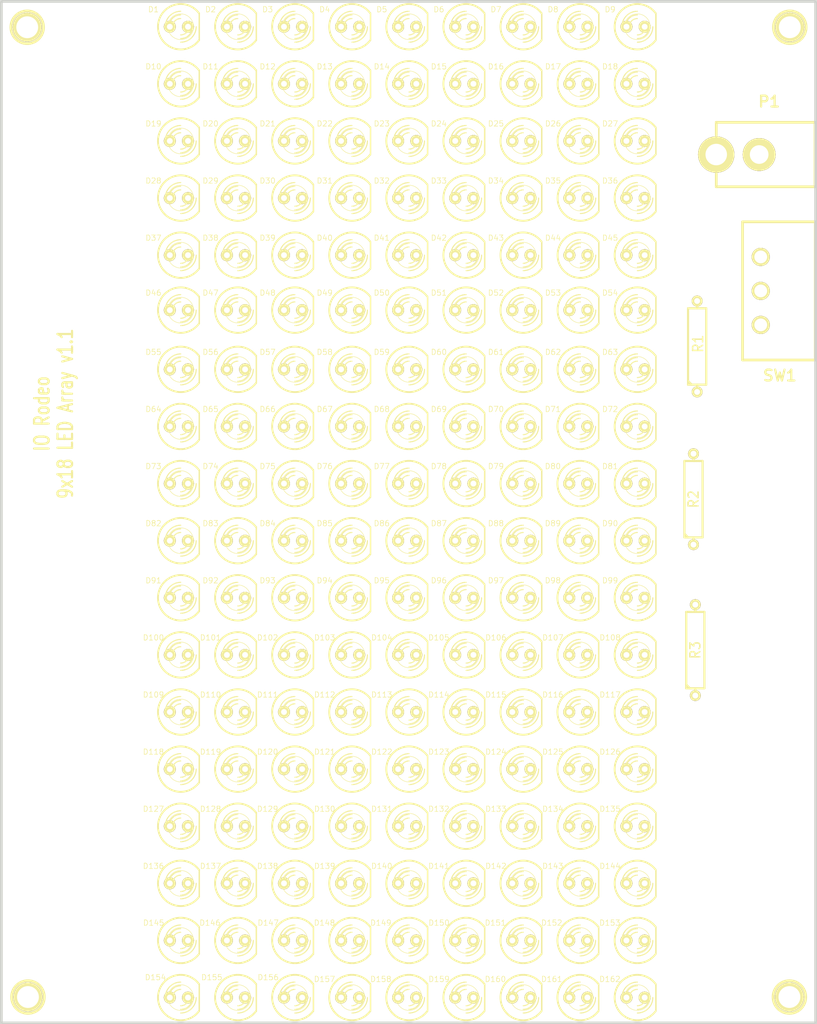
<source format=kicad_pcb>
(kicad_pcb (version 3) (host pcbnew "(2013-mar-13)-testing")
  (title_block (date "30 aug 2012"))
  (layers (15 Front signal) (0 Back signal) (18 B.Paste user) (19 F.Paste user) (20 B.SilkS user) (21 F.SilkS user) (22 B.Mask user) (23 F.Mask user) (28 Edge.Cuts user))
  (net 0 "")
  (net 1 /15V)
  (net 2 GND)
  (net 3 N-000001)
  (net 4 N-0000010)
  (net 5 N-00000100)
  (net 6 N-00000101)
  (net 7 N-00000102)
  (net 8 N-00000103)
  (net 9 N-00000104)
  (net 10 N-00000105)
  (net 11 N-00000106)
  (net 12 N-00000107)
  (net 13 N-00000108)
  (net 14 N-00000109)
  (net 15 N-0000011)
  (net 16 N-00000110)
  (net 17 N-00000111)
  (net 18 N-00000112)
  (net 19 N-00000113)
  (net 20 N-00000114)
  (net 21 N-00000115)
  (net 22 N-00000116)
  (net 23 N-00000117)
  (net 24 N-00000118)
  (net 25 N-00000119)
  (net 26 N-0000012)
  (net 27 N-00000120)
  (net 28 N-00000121)
  (net 29 N-00000122)
  (net 30 N-00000123)
  (net 31 N-00000124)
  (net 32 N-00000125)
  (net 33 N-00000126)
  (net 34 N-00000127)
  (net 35 N-00000128)
  (net 36 N-00000129)
  (net 37 N-0000013)
  (net 38 N-00000130)
  (net 39 N-00000131)
  (net 40 N-00000132)
  (net 41 N-00000133)
  (net 42 N-00000134)
  (net 43 N-00000135)
  (net 44 N-00000136)
  (net 45 N-00000137)
  (net 46 N-00000138)
  (net 47 N-00000139)
  (net 48 N-0000014)
  (net 49 N-00000140)
  (net 50 N-00000141)
  (net 51 N-0000015)
  (net 52 N-0000016)
  (net 53 N-0000017)
  (net 54 N-0000018)
  (net 55 N-0000019)
  (net 56 N-000002)
  (net 57 N-0000020)
  (net 58 N-0000021)
  (net 59 N-0000022)
  (net 60 N-0000023)
  (net 61 N-0000024)
  (net 62 N-0000025)
  (net 63 N-0000026)
  (net 64 N-0000027)
  (net 65 N-0000028)
  (net 66 N-0000029)
  (net 67 N-000003)
  (net 68 N-0000030)
  (net 69 N-0000032)
  (net 70 N-0000033)
  (net 71 N-0000035)
  (net 72 N-0000036)
  (net 73 N-0000037)
  (net 74 N-0000038)
  (net 75 N-0000039)
  (net 76 N-000004)
  (net 77 N-0000040)
  (net 78 N-0000041)
  (net 79 N-0000042)
  (net 80 N-0000043)
  (net 81 N-0000044)
  (net 82 N-0000045)
  (net 83 N-0000046)
  (net 84 N-0000047)
  (net 85 N-0000048)
  (net 86 N-0000049)
  (net 87 N-000005)
  (net 88 N-0000050)
  (net 89 N-0000051)
  (net 90 N-0000052)
  (net 91 N-0000053)
  (net 92 N-0000054)
  (net 93 N-0000055)
  (net 94 N-0000056)
  (net 95 N-0000057)
  (net 96 N-0000058)
  (net 97 N-0000059)
  (net 98 N-000006)
  (net 99 N-0000060)
  (net 100 N-0000061)
  (net 101 N-0000062)
  (net 102 N-0000063)
  (net 103 N-0000064)
  (net 104 N-0000065)
  (net 105 N-0000066)
  (net 106 N-0000067)
  (net 107 N-0000068)
  (net 108 N-0000069)
  (net 109 N-000007)
  (net 110 N-0000070)
  (net 111 N-0000071)
  (net 112 N-0000072)
  (net 113 N-0000073)
  (net 114 N-0000074)
  (net 115 N-0000075)
  (net 116 N-0000076)
  (net 117 N-0000077)
  (net 118 N-0000078)
  (net 119 N-0000079)
  (net 120 N-000008)
  (net 121 N-0000080)
  (net 122 N-0000081)
  (net 123 N-0000082)
  (net 124 N-0000083)
  (net 125 N-0000084)
  (net 126 N-0000085)
  (net 127 N-0000086)
  (net 128 N-0000087)
  (net 129 N-0000088)
  (net 130 N-0000089)
  (net 131 N-000009)
  (net 132 N-0000090)
  (net 133 N-0000091)
  (net 134 N-0000092)
  (net 135 N-0000093)
  (net 136 N-0000094)
  (net 137 N-0000095)
  (net 138 N-0000096)
  (net 139 N-0000097)
  (net 140 N-0000098)
  (net 141 N-0000099)
  (module R5 (layer Front) (at 158.242 85.852 90)
    (fp_text reference R2 (at 0 0 90) (layer F.SilkS) (effects (font (size 1.397 1.27) (thickness 0.2032))))
    (fp_text value R hide)
    (pad 1 thru_hole circle (at -6.35 0 90) (size 1.524 1.524) (drill 0.8128) (layers *.Cu *.Mask F.SilkS) (net 72 N-0000036))
    (pad 2 thru_hole circle (at 6.35 0 90) (size 1.524 1.524) (drill 0.8128) (layers *.Cu *.Mask F.SilkS) (net 2 GND))
  )
  (module R5 (layer Front) (at 158.75 64.516 90)
    (fp_text reference R1 (at 0.381 0.127 90) (layer F.SilkS) (effects (font (size 1.397 1.27) (thickness 0.2032))))
    (fp_text value R hide)
    (pad 1 thru_hole circle (at -6.35 0 90) (size 1.524 1.524) (drill 0.8128) (layers *.Cu *.Mask F.SilkS) (net 71 N-0000035))
    (pad 2 thru_hole circle (at 6.35 0 90) (size 1.524 1.524) (drill 0.8128) (layers *.Cu *.Mask F.SilkS) (net 2 GND))
  )
  (module DCJACK_2PIN (layer Front) (at 161.41954 37.7063)
    (fp_text reference P1 (at 7.39902 -7.39902) (layer F.SilkS) (effects (font (thickness 0.3048))))
    (fp_text value CONN_2 hide)
    (pad 1 thru_hole circle (at 0 0) (size 5.08 5.08) (drill 2.99974) (layers *.Cu *.Mask F.SilkS) (net 1 /15V))
    (pad 2 thru_hole circle (at 5.99948 0) (size 4.59994 4.59994) (drill 2.60096) (layers *.Cu *.Mask F.SilkS) (net 2 GND))
  )
  (module 1pin (layer Front) (at 65.23482 155.39974)
    (fp_text reference M4 hide)
    (fp_text value P*** hide)
    (pad 1 thru_hole circle (at 0 0) (size 4.064 4.064) (drill 3.048) (layers *.Cu *.Mask F.SilkS))
  )
  (module 1pin (layer Front) (at 171.69892 19.92376)
    (fp_text reference M2 hide)
    (fp_text value P*** hide)
    (pad 1 thru_hole circle (at 0 0) (size 4.064 4.064) (drill 3.048) (layers *.Cu *.Mask F.SilkS))
  )
  (module 1pin (layer Front) (at 171.64558 155.39974)
    (fp_text reference M3 hide)
    (fp_text value P*** hide)
    (pad 1 thru_hole circle (at 0 0) (size 4.064 4.064) (drill 3.048) (layers *.Cu *.Mask F.SilkS))
  )
  (module 1pin (layer Front) (at 65.13068 19.92376)
    (fp_text reference M1 hide)
    (fp_text value P*** hide)
    (pad 1 thru_hole circle (at 0 0) (size 4.064 4.064) (drill 3.048) (layers *.Cu *.Mask F.SilkS))
  )
  (module slide_switch (layer Front) (at 170.18 56.7563 90)
    (fp_text reference SW1 (at -11.8237 0.127 180) (layer F.SilkS) (effects (font (thickness 0.3048))))
    (fp_text value SWITCH_INV hide)
    (pad 1 thru_hole circle (at -4.7498 -2.54 90) (size 2.54 2.54) (drill 1.778) (layers *.Cu *.Mask F.SilkS) (net 1 /15V))
    (pad 2 thru_hole circle (at 0 -2.54 90) (size 2.54 2.54) (drill 1.778) (layers *.Cu *.Mask F.SilkS) (net 57 N-0000020))
    (pad 3 thru_hole circle (at 4.7498 -2.54 90) (size 2.54 2.54) (drill 1.778) (layers *.Cu *.Mask F.SilkS) (net 2 GND))
  )
  (module "CUSTOM2 LED-5MM" (layer Front) (at 86.32952 19.8501)
    (fp_text reference D1 (at -3.556 -2.413) (layer F.SilkS) (effects (font (size 0.762 0.762) (thickness 0.0889))))
    (fp_text value LED hide)
    (pad 1 thru_hole circle (at -1.27 0) (size 1.6764 1.6764) (drill 0.8128) (layers *.Cu *.Mask F.Paste F.SilkS) (net 57 N-0000020))
    (pad 2 thru_hole circle (at 1.27 0) (size 1.6764 1.6764) (drill 0.8128) (layers *.Cu *.Mask F.Paste F.SilkS) (net 47 N-00000139))
  )
  (module "CUSTOM2 LED-5MM" (layer Front) (at 110.2614 75.692)
    (fp_text reference D67 (at -3.556 -2.413) (layer F.SilkS) (effects (font (size 0.762 0.762) (thickness 0.0889))))
    (fp_text value LED hide)
    (pad 1 thru_hole circle (at -1.27 0) (size 1.6764 1.6764) (drill 0.8128) (layers *.Cu *.Mask F.Paste F.SilkS) (net 57 N-0000020))
    (pad 2 thru_hole circle (at 1.27 0) (size 1.6764 1.6764) (drill 0.8128) (layers *.Cu *.Mask F.Paste F.SilkS) (net 137 N-0000095))
  )
  (module "CUSTOM2 LED-5MM" (layer Front) (at 118.237 75.692)
    (fp_text reference D68 (at -3.556 -2.413) (layer F.SilkS) (effects (font (size 0.762 0.762) (thickness 0.0889))))
    (fp_text value LED hide)
    (pad 1 thru_hole circle (at -1.27 0) (size 1.6764 1.6764) (drill 0.8128) (layers *.Cu *.Mask F.Paste F.SilkS) (net 137 N-0000095))
    (pad 2 thru_hole circle (at 1.27 0) (size 1.6764 1.6764) (drill 0.8128) (layers *.Cu *.Mask F.Paste F.SilkS) (net 136 N-0000094))
  )
  (module "CUSTOM2 LED-5MM" (layer Front) (at 126.21514 75.692)
    (fp_text reference D69 (at -3.556 -2.413) (layer F.SilkS) (effects (font (size 0.762 0.762) (thickness 0.0889))))
    (fp_text value LED hide)
    (pad 1 thru_hole circle (at -1.27 0) (size 1.6764 1.6764) (drill 0.8128) (layers *.Cu *.Mask F.Paste F.SilkS) (net 136 N-0000094))
    (pad 2 thru_hole circle (at 1.27 0) (size 1.6764 1.6764) (drill 0.8128) (layers *.Cu *.Mask F.Paste F.SilkS) (net 135 N-0000093))
  )
  (module "CUSTOM2 LED-5MM" (layer Front) (at 134.19074 75.692)
    (fp_text reference D70 (at -3.556 -2.413) (layer F.SilkS) (effects (font (size 0.762 0.762) (thickness 0.0889))))
    (fp_text value LED hide)
    (pad 1 thru_hole circle (at -1.27 0) (size 1.6764 1.6764) (drill 0.8128) (layers *.Cu *.Mask F.Paste F.SilkS) (net 135 N-0000093))
    (pad 2 thru_hole circle (at 1.27 0) (size 1.6764 1.6764) (drill 0.8128) (layers *.Cu *.Mask F.Paste F.SilkS) (net 134 N-0000092))
  )
  (module "CUSTOM2 LED-5MM" (layer Front) (at 142.14602 75.692)
    (fp_text reference D71 (at -3.556 -2.413) (layer F.SilkS) (effects (font (size 0.762 0.762) (thickness 0.0889))))
    (fp_text value LED hide)
    (pad 1 thru_hole circle (at -1.27 0) (size 1.6764 1.6764) (drill 0.8128) (layers *.Cu *.Mask F.Paste F.SilkS) (net 134 N-0000092))
    (pad 2 thru_hole circle (at 1.27 0) (size 1.6764 1.6764) (drill 0.8128) (layers *.Cu *.Mask F.Paste F.SilkS) (net 30 N-00000123))
  )
  (module "CUSTOM2 LED-5MM" (layer Front) (at 150.14448 75.692)
    (fp_text reference D72 (at -3.556 -2.413) (layer F.SilkS) (effects (font (size 0.762 0.762) (thickness 0.0889))))
    (fp_text value LED hide)
    (pad 1 thru_hole circle (at -1.27 0) (size 1.6764 1.6764) (drill 0.8128) (layers *.Cu *.Mask F.Paste F.SilkS) (net 30 N-00000123))
    (pad 2 thru_hole circle (at 1.27 0) (size 1.6764 1.6764) (drill 0.8128) (layers *.Cu *.Mask F.Paste F.SilkS) (net 72 N-0000036))
  )
  (module "CUSTOM2 LED-5MM" (layer Front) (at 94.30766 75.692)
    (fp_text reference D65 (at -3.556 -2.413) (layer F.SilkS) (effects (font (size 0.762 0.762) (thickness 0.0889))))
    (fp_text value LED hide)
    (pad 1 thru_hole circle (at -1.27 0) (size 1.6764 1.6764) (drill 0.8128) (layers *.Cu *.Mask F.Paste F.SilkS) (net 133 N-0000091))
    (pad 2 thru_hole circle (at 1.27 0) (size 1.6764 1.6764) (drill 0.8128) (layers *.Cu *.Mask F.Paste F.SilkS) (net 9 N-00000104))
  )
  (module "CUSTOM2 LED-5MM" (layer Front) (at 102.28326 75.692)
    (fp_text reference D66 (at -3.556 -2.413) (layer F.SilkS) (effects (font (size 0.762 0.762) (thickness 0.0889))))
    (fp_text value LED hide)
    (pad 1 thru_hole circle (at -1.27 0) (size 1.6764 1.6764) (drill 0.8128) (layers *.Cu *.Mask F.Paste F.SilkS) (net 9 N-00000104))
    (pad 2 thru_hole circle (at 1.27 0) (size 1.6764 1.6764) (drill 0.8128) (layers *.Cu *.Mask F.Paste F.SilkS) (net 72 N-0000036))
  )
  (module "CUSTOM2 LED-5MM" (layer Front) (at 102.28326 67.7164)
    (fp_text reference D57 (at -3.556 -2.413) (layer F.SilkS) (effects (font (size 0.762 0.762) (thickness 0.0889))))
    (fp_text value LED hide)
    (pad 1 thru_hole circle (at -1.27 0) (size 1.6764 1.6764) (drill 0.8128) (layers *.Cu *.Mask F.Paste F.SilkS) (net 139 N-0000097))
    (pad 2 thru_hole circle (at 1.27 0) (size 1.6764 1.6764) (drill 0.8128) (layers *.Cu *.Mask F.Paste F.SilkS) (net 140 N-0000098))
  )
  (module "CUSTOM2 LED-5MM" (layer Front) (at 110.2614 67.7164)
    (fp_text reference D58 (at -3.556 -2.413) (layer F.SilkS) (effects (font (size 0.762 0.762) (thickness 0.0889))))
    (fp_text value LED hide)
    (pad 1 thru_hole circle (at -1.27 0) (size 1.6764 1.6764) (drill 0.8128) (layers *.Cu *.Mask F.Paste F.SilkS) (net 140 N-0000098))
    (pad 2 thru_hole circle (at 1.27 0) (size 1.6764 1.6764) (drill 0.8128) (layers *.Cu *.Mask F.Paste F.SilkS) (net 141 N-0000099))
  )
  (module "CUSTOM2 LED-5MM" (layer Front) (at 118.237 67.7164)
    (fp_text reference D59 (at -3.556 -2.413) (layer F.SilkS) (effects (font (size 0.762 0.762) (thickness 0.0889))))
    (fp_text value LED hide)
    (pad 1 thru_hole circle (at -1.27 0) (size 1.6764 1.6764) (drill 0.8128) (layers *.Cu *.Mask F.Paste F.SilkS) (net 141 N-0000099))
    (pad 2 thru_hole circle (at 1.27 0) (size 1.6764 1.6764) (drill 0.8128) (layers *.Cu *.Mask F.Paste F.SilkS) (net 25 N-00000119))
  )
  (module "CUSTOM2 LED-5MM" (layer Front) (at 126.21514 67.7164)
    (fp_text reference D60 (at -3.556 -2.413) (layer F.SilkS) (effects (font (size 0.762 0.762) (thickness 0.0889))))
    (fp_text value LED hide)
    (pad 1 thru_hole circle (at -1.27 0) (size 1.6764 1.6764) (drill 0.8128) (layers *.Cu *.Mask F.Paste F.SilkS) (net 25 N-00000119))
    (pad 2 thru_hole circle (at 1.27 0) (size 1.6764 1.6764) (drill 0.8128) (layers *.Cu *.Mask F.Paste F.SilkS) (net 72 N-0000036))
  )
  (module "CUSTOM2 LED-5MM" (layer Front) (at 134.19074 67.7164)
    (fp_text reference D61 (at -3.556 -2.413) (layer F.SilkS) (effects (font (size 0.762 0.762) (thickness 0.0889))))
    (fp_text value LED hide)
    (pad 1 thru_hole circle (at -1.27 0) (size 1.6764 1.6764) (drill 0.8128) (layers *.Cu *.Mask F.Paste F.SilkS) (net 57 N-0000020))
    (pad 2 thru_hole circle (at 1.27 0) (size 1.6764 1.6764) (drill 0.8128) (layers *.Cu *.Mask F.Paste F.SilkS) (net 105 N-0000066))
  )
  (module "CUSTOM2 LED-5MM" (layer Front) (at 142.16888 67.7164)
    (fp_text reference D62 (at -3.556 -2.413) (layer F.SilkS) (effects (font (size 0.762 0.762) (thickness 0.0889))))
    (fp_text value LED hide)
    (pad 1 thru_hole circle (at -1.27 0) (size 1.6764 1.6764) (drill 0.8128) (layers *.Cu *.Mask F.Paste F.SilkS) (net 105 N-0000066))
    (pad 2 thru_hole circle (at 1.27 0) (size 1.6764 1.6764) (drill 0.8128) (layers *.Cu *.Mask F.Paste F.SilkS) (net 106 N-0000067))
  )
  (module "CUSTOM2 LED-5MM" (layer Front) (at 150.14448 67.7164)
    (fp_text reference D63 (at -3.556 -2.413) (layer F.SilkS) (effects (font (size 0.762 0.762) (thickness 0.0889))))
    (fp_text value LED hide)
    (pad 1 thru_hole circle (at -1.27 0) (size 1.6764 1.6764) (drill 0.8128) (layers *.Cu *.Mask F.Paste F.SilkS) (net 106 N-0000067))
    (pad 2 thru_hole circle (at 1.27 0) (size 1.6764 1.6764) (drill 0.8128) (layers *.Cu *.Mask F.Paste F.SilkS) (net 132 N-0000090))
  )
  (module "CUSTOM2 LED-5MM" (layer Front) (at 94.30766 67.7164)
    (fp_text reference D56 (at -3.556 -2.413) (layer F.SilkS) (effects (font (size 0.762 0.762) (thickness 0.0889))))
    (fp_text value LED hide)
    (pad 1 thru_hole circle (at -1.27 0) (size 1.6764 1.6764) (drill 0.8128) (layers *.Cu *.Mask F.Paste F.SilkS) (net 138 N-0000096))
    (pad 2 thru_hole circle (at 1.27 0) (size 1.6764 1.6764) (drill 0.8128) (layers *.Cu *.Mask F.Paste F.SilkS) (net 139 N-0000097))
  )
  (module "CUSTOM2 LED-5MM" (layer Front) (at 102.28326 59.43854)
    (fp_text reference D48 (at -3.556 -2.413) (layer F.SilkS) (effects (font (size 0.762 0.762) (thickness 0.0889))))
    (fp_text value LED hide)
    (pad 1 thru_hole circle (at -1.27 0) (size 1.6764 1.6764) (drill 0.8128) (layers *.Cu *.Mask F.Paste F.SilkS) (net 24 N-00000118))
    (pad 2 thru_hole circle (at 1.27 0) (size 1.6764 1.6764) (drill 0.8128) (layers *.Cu *.Mask F.Paste F.SilkS) (net 71 N-0000035))
  )
  (module "CUSTOM2 LED-5MM" (layer Front) (at 110.2614 59.43854)
    (fp_text reference D49 (at -3.556 -2.413) (layer F.SilkS) (effects (font (size 0.762 0.762) (thickness 0.0889))))
    (fp_text value LED hide)
    (pad 1 thru_hole circle (at -1.27 0) (size 1.6764 1.6764) (drill 0.8128) (layers *.Cu *.Mask F.Paste F.SilkS) (net 57 N-0000020))
    (pad 2 thru_hole circle (at 1.27 0) (size 1.6764 1.6764) (drill 0.8128) (layers *.Cu *.Mask F.Paste F.SilkS) (net 8 N-00000103))
  )
  (module "CUSTOM2 LED-5MM" (layer Front) (at 118.237 59.43854)
    (fp_text reference D50 (at -3.556 -2.413) (layer F.SilkS) (effects (font (size 0.762 0.762) (thickness 0.0889))))
    (fp_text value LED hide)
    (pad 1 thru_hole circle (at -1.27 0) (size 1.6764 1.6764) (drill 0.8128) (layers *.Cu *.Mask F.Paste F.SilkS) (net 8 N-00000103))
    (pad 2 thru_hole circle (at 1.27 0) (size 1.6764 1.6764) (drill 0.8128) (layers *.Cu *.Mask F.Paste F.SilkS) (net 7 N-00000102))
  )
  (module "CUSTOM2 LED-5MM" (layer Front) (at 126.21514 59.43854)
    (fp_text reference D51 (at -3.556 -2.413) (layer F.SilkS) (effects (font (size 0.762 0.762) (thickness 0.0889))))
    (fp_text value LED hide)
    (pad 1 thru_hole circle (at -1.27 0) (size 1.6764 1.6764) (drill 0.8128) (layers *.Cu *.Mask F.Paste F.SilkS) (net 7 N-00000102))
    (pad 2 thru_hole circle (at 1.27 0) (size 1.6764 1.6764) (drill 0.8128) (layers *.Cu *.Mask F.Paste F.SilkS) (net 6 N-00000101))
  )
  (module "CUSTOM2 LED-5MM" (layer Front) (at 134.19074 59.43854)
    (fp_text reference D52 (at -3.556 -2.413) (layer F.SilkS) (effects (font (size 0.762 0.762) (thickness 0.0889))))
    (fp_text value LED hide)
    (pad 1 thru_hole circle (at -1.27 0) (size 1.6764 1.6764) (drill 0.8128) (layers *.Cu *.Mask F.Paste F.SilkS) (net 6 N-00000101))
    (pad 2 thru_hole circle (at 1.27 0) (size 1.6764 1.6764) (drill 0.8128) (layers *.Cu *.Mask F.Paste F.SilkS) (net 5 N-00000100))
  )
  (module "CUSTOM2 LED-5MM" (layer Front) (at 142.16888 59.43854)
    (fp_text reference D53 (at -3.556 -2.413) (layer F.SilkS) (effects (font (size 0.762 0.762) (thickness 0.0889))))
    (fp_text value LED hide)
    (pad 1 thru_hole circle (at -1.27 0) (size 1.6764 1.6764) (drill 0.8128) (layers *.Cu *.Mask F.Paste F.SilkS) (net 5 N-00000100))
    (pad 2 thru_hole circle (at 1.27 0) (size 1.6764 1.6764) (drill 0.8128) (layers *.Cu *.Mask F.Paste F.SilkS) (net 27 N-00000120))
  )
  (module "CUSTOM2 LED-5MM" (layer Front) (at 150.14448 59.43854)
    (fp_text reference D54 (at -3.556 -2.413) (layer F.SilkS) (effects (font (size 0.762 0.762) (thickness 0.0889))))
    (fp_text value LED hide)
    (pad 1 thru_hole circle (at -1.27 0) (size 1.6764 1.6764) (drill 0.8128) (layers *.Cu *.Mask F.Paste F.SilkS) (net 27 N-00000120))
    (pad 2 thru_hole circle (at 1.27 0) (size 1.6764 1.6764) (drill 0.8128) (layers *.Cu *.Mask F.Paste F.SilkS) (net 71 N-0000035))
  )
  (module "CUSTOM2 LED-5MM" (layer Front) (at 94.30766 59.43854)
    (fp_text reference D47 (at -3.556 -2.413) (layer F.SilkS) (effects (font (size 0.762 0.762) (thickness 0.0889))))
    (fp_text value LED hide)
    (pad 1 thru_hole circle (at -1.27 0) (size 1.6764 1.6764) (drill 0.8128) (layers *.Cu *.Mask F.Paste F.SilkS) (net 107 N-0000068))
    (pad 2 thru_hole circle (at 1.27 0) (size 1.6764 1.6764) (drill 0.8128) (layers *.Cu *.Mask F.Paste F.SilkS) (net 24 N-00000118))
  )
  (module "CUSTOM2 LED-5MM" (layer Front) (at 94.30766 51.76266)
    (fp_text reference D38 (at -3.556 -2.413) (layer F.SilkS) (effects (font (size 0.762 0.762) (thickness 0.0889))))
    (fp_text value LED hide)
    (pad 1 thru_hole circle (at -1.27 0) (size 1.6764 1.6764) (drill 0.8128) (layers *.Cu *.Mask F.Paste F.SilkS) (net 41 N-00000133))
    (pad 2 thru_hole circle (at 1.27 0) (size 1.6764 1.6764) (drill 0.8128) (layers *.Cu *.Mask F.Paste F.SilkS) (net 42 N-00000134))
  )
  (module "CUSTOM2 LED-5MM" (layer Front) (at 102.28326 51.76266)
    (fp_text reference D39 (at -3.556 -2.413) (layer F.SilkS) (effects (font (size 0.762 0.762) (thickness 0.0889))))
    (fp_text value LED hide)
    (pad 1 thru_hole circle (at -1.27 0) (size 1.6764 1.6764) (drill 0.8128) (layers *.Cu *.Mask F.Paste F.SilkS) (net 42 N-00000134))
    (pad 2 thru_hole circle (at 1.27 0) (size 1.6764 1.6764) (drill 0.8128) (layers *.Cu *.Mask F.Paste F.SilkS) (net 43 N-00000135))
  )
  (module "CUSTOM2 LED-5MM" (layer Front) (at 118.237 51.76266)
    (fp_text reference D41 (at -3.556 -2.413) (layer F.SilkS) (effects (font (size 0.762 0.762) (thickness 0.0889))))
    (fp_text value LED hide)
    (pad 1 thru_hole circle (at -1.27 0) (size 1.6764 1.6764) (drill 0.8128) (layers *.Cu *.Mask F.Paste F.SilkS) (net 23 N-00000117))
    (pad 2 thru_hole circle (at 1.27 0) (size 1.6764 1.6764) (drill 0.8128) (layers *.Cu *.Mask F.Paste F.SilkS) (net 22 N-00000116))
  )
  (module "CUSTOM2 LED-5MM" (layer Front) (at 110.2614 51.76266)
    (fp_text reference D40 (at -3.556 -2.413) (layer F.SilkS) (effects (font (size 0.762 0.762) (thickness 0.0889))))
    (fp_text value LED hide)
    (pad 1 thru_hole circle (at -1.27 0) (size 1.6764 1.6764) (drill 0.8128) (layers *.Cu *.Mask F.Paste F.SilkS) (net 43 N-00000135))
    (pad 2 thru_hole circle (at 1.27 0) (size 1.6764 1.6764) (drill 0.8128) (layers *.Cu *.Mask F.Paste F.SilkS) (net 23 N-00000117))
  )
  (module "CUSTOM2 LED-5MM" (layer Front) (at 126.21514 51.76266)
    (fp_text reference D42 (at -3.556 -2.413) (layer F.SilkS) (effects (font (size 0.762 0.762) (thickness 0.0889))))
    (fp_text value LED hide)
    (pad 1 thru_hole circle (at -1.27 0) (size 1.6764 1.6764) (drill 0.8128) (layers *.Cu *.Mask F.Paste F.SilkS) (net 22 N-00000116))
    (pad 2 thru_hole circle (at 1.27 0) (size 1.6764 1.6764) (drill 0.8128) (layers *.Cu *.Mask F.Paste F.SilkS) (net 71 N-0000035))
  )
  (module "CUSTOM2 LED-5MM" (layer Front) (at 134.19074 51.76266)
    (fp_text reference D43 (at -3.556 -2.413) (layer F.SilkS) (effects (font (size 0.762 0.762) (thickness 0.0889))))
    (fp_text value LED hide)
    (pad 1 thru_hole circle (at -1.27 0) (size 1.6764 1.6764) (drill 0.8128) (layers *.Cu *.Mask F.Paste F.SilkS) (net 57 N-0000020))
    (pad 2 thru_hole circle (at 1.27 0) (size 1.6764 1.6764) (drill 0.8128) (layers *.Cu *.Mask F.Paste F.SilkS) (net 111 N-0000071))
  )
  (module "CUSTOM2 LED-5MM" (layer Front) (at 142.16888 51.76266)
    (fp_text reference D44 (at -3.556 -2.413) (layer F.SilkS) (effects (font (size 0.762 0.762) (thickness 0.0889))))
    (fp_text value LED hide)
    (pad 1 thru_hole circle (at -1.27 0) (size 1.6764 1.6764) (drill 0.8128) (layers *.Cu *.Mask F.Paste F.SilkS) (net 111 N-0000071))
    (pad 2 thru_hole circle (at 1.27 0) (size 1.6764 1.6764) (drill 0.8128) (layers *.Cu *.Mask F.Paste F.SilkS) (net 110 N-0000070))
  )
  (module "CUSTOM2 LED-5MM" (layer Front) (at 150.14448 51.76266)
    (fp_text reference D45 (at -3.556 -2.413) (layer F.SilkS) (effects (font (size 0.762 0.762) (thickness 0.0889))))
    (fp_text value LED hide)
    (pad 1 thru_hole circle (at -1.27 0) (size 1.6764 1.6764) (drill 0.8128) (layers *.Cu *.Mask F.Paste F.SilkS) (net 110 N-0000070))
    (pad 2 thru_hole circle (at 1.27 0) (size 1.6764 1.6764) (drill 0.8128) (layers *.Cu *.Mask F.Paste F.SilkS) (net 108 N-0000069))
  )
  (module "CUSTOM2 LED-5MM" (layer Front) (at 86.32952 51.76266)
    (fp_text reference D37 (at -3.556 -2.413) (layer F.SilkS) (effects (font (size 0.762 0.762) (thickness 0.0889))))
    (fp_text value LED hide)
    (pad 1 thru_hole circle (at -1.27 0) (size 1.6764 1.6764) (drill 0.8128) (layers *.Cu *.Mask F.Paste F.SilkS) (net 57 N-0000020))
    (pad 2 thru_hole circle (at 1.27 0) (size 1.6764 1.6764) (drill 0.8128) (layers *.Cu *.Mask F.Paste F.SilkS) (net 41 N-00000133))
  )
  (module "CUSTOM2 LED-5MM" (layer Front) (at 86.32952 59.43854)
    (fp_text reference D46 (at -3.556 -2.413) (layer F.SilkS) (effects (font (size 0.762 0.762) (thickness 0.0889))))
    (fp_text value LED hide)
    (pad 1 thru_hole circle (at -1.27 0) (size 1.6764 1.6764) (drill 0.8128) (layers *.Cu *.Mask F.Paste F.SilkS) (net 108 N-0000069))
    (pad 2 thru_hole circle (at 1.27 0) (size 1.6764 1.6764) (drill 0.8128) (layers *.Cu *.Mask F.Paste F.SilkS) (net 107 N-0000068))
  )
  (module "CUSTOM2 LED-5MM" (layer Front) (at 86.32952 67.7164)
    (fp_text reference D55 (at -3.556 -2.413) (layer F.SilkS) (effects (font (size 0.762 0.762) (thickness 0.0889))))
    (fp_text value LED hide)
    (pad 1 thru_hole circle (at -1.27 0) (size 1.6764 1.6764) (drill 0.8128) (layers *.Cu *.Mask F.Paste F.SilkS) (net 57 N-0000020))
    (pad 2 thru_hole circle (at 1.27 0) (size 1.6764 1.6764) (drill 0.8128) (layers *.Cu *.Mask F.Paste F.SilkS) (net 138 N-0000096))
  )
  (module "CUSTOM2 LED-5MM" (layer Front) (at 86.32952 75.692)
    (fp_text reference D64 (at -3.556 -2.413) (layer F.SilkS) (effects (font (size 0.762 0.762) (thickness 0.0889))))
    (fp_text value LED hide)
    (pad 1 thru_hole circle (at -1.27 0) (size 1.6764 1.6764) (drill 0.8128) (layers *.Cu *.Mask F.Paste F.SilkS) (net 132 N-0000090))
    (pad 2 thru_hole circle (at 1.27 0) (size 1.6764 1.6764) (drill 0.8128) (layers *.Cu *.Mask F.Paste F.SilkS) (net 133 N-0000091))
  )
  (module "CUSTOM2 LED-5MM" (layer Front) (at 150.14448 43.78452)
    (fp_text reference D36 (at -3.556 -2.413) (layer F.SilkS) (effects (font (size 0.762 0.762) (thickness 0.0889))))
    (fp_text value LED hide)
    (pad 1 thru_hole circle (at -1.27 0) (size 1.6764 1.6764) (drill 0.8128) (layers *.Cu *.Mask F.Paste F.SilkS) (net 14 N-00000109))
    (pad 2 thru_hole circle (at 1.27 0) (size 1.6764 1.6764) (drill 0.8128) (layers *.Cu *.Mask F.Paste F.SilkS) (net 71 N-0000035))
  )
  (module "CUSTOM2 LED-5MM" (layer Front) (at 94.30766 43.78452)
    (fp_text reference D29 (at -3.556 -2.413) (layer F.SilkS) (effects (font (size 0.762 0.762) (thickness 0.0889))))
    (fp_text value LED hide)
    (pad 1 thru_hole circle (at -1.27 0) (size 1.6764 1.6764) (drill 0.8128) (layers *.Cu *.Mask F.Paste F.SilkS) (net 116 N-0000076))
    (pad 2 thru_hole circle (at 1.27 0) (size 1.6764 1.6764) (drill 0.8128) (layers *.Cu *.Mask F.Paste F.SilkS) (net 16 N-00000110))
  )
  (module "CUSTOM2 LED-5MM" (layer Front) (at 102.28326 43.78452)
    (fp_text reference D30 (at -3.556 -2.413) (layer F.SilkS) (effects (font (size 0.762 0.762) (thickness 0.0889))))
    (fp_text value LED hide)
    (pad 1 thru_hole circle (at -1.27 0) (size 1.6764 1.6764) (drill 0.8128) (layers *.Cu *.Mask F.Paste F.SilkS) (net 16 N-00000110))
    (pad 2 thru_hole circle (at 1.27 0) (size 1.6764 1.6764) (drill 0.8128) (layers *.Cu *.Mask F.Paste F.SilkS) (net 71 N-0000035))
  )
  (module "CUSTOM2 LED-5MM" (layer Front) (at 110.2614 43.78452)
    (fp_text reference D31 (at -3.556 -2.413) (layer F.SilkS) (effects (font (size 0.762 0.762) (thickness 0.0889))))
    (fp_text value LED hide)
    (pad 1 thru_hole circle (at -1.27 0) (size 1.6764 1.6764) (drill 0.8128) (layers *.Cu *.Mask F.Paste F.SilkS) (net 57 N-0000020))
    (pad 2 thru_hole circle (at 1.27 0) (size 1.6764 1.6764) (drill 0.8128) (layers *.Cu *.Mask F.Paste F.SilkS) (net 112 N-0000072))
  )
  (module "CUSTOM2 LED-5MM" (layer Front) (at 118.237 43.78452)
    (fp_text reference D32 (at -3.556 -2.413) (layer F.SilkS) (effects (font (size 0.762 0.762) (thickness 0.0889))))
    (fp_text value LED hide)
    (pad 1 thru_hole circle (at -1.27 0) (size 1.6764 1.6764) (drill 0.8128) (layers *.Cu *.Mask F.Paste F.SilkS) (net 112 N-0000072))
    (pad 2 thru_hole circle (at 1.27 0) (size 1.6764 1.6764) (drill 0.8128) (layers *.Cu *.Mask F.Paste F.SilkS) (net 113 N-0000073))
  )
  (module "CUSTOM2 LED-5MM" (layer Front) (at 126.21514 43.78452)
    (fp_text reference D33 (at -3.556 -2.413) (layer F.SilkS) (effects (font (size 0.762 0.762) (thickness 0.0889))))
    (fp_text value LED hide)
    (pad 1 thru_hole circle (at -1.27 0) (size 1.6764 1.6764) (drill 0.8128) (layers *.Cu *.Mask F.Paste F.SilkS) (net 113 N-0000073))
    (pad 2 thru_hole circle (at 1.27 0) (size 1.6764 1.6764) (drill 0.8128) (layers *.Cu *.Mask F.Paste F.SilkS) (net 114 N-0000074))
  )
  (module "CUSTOM2 LED-5MM" (layer Front) (at 134.19074 43.78452)
    (fp_text reference D34 (at -3.556 -2.413) (layer F.SilkS) (effects (font (size 0.762 0.762) (thickness 0.0889))))
    (fp_text value LED hide)
    (pad 1 thru_hole circle (at -1.27 0) (size 1.6764 1.6764) (drill 0.8128) (layers *.Cu *.Mask F.Paste F.SilkS) (net 114 N-0000074))
    (pad 2 thru_hole circle (at 1.27 0) (size 1.6764 1.6764) (drill 0.8128) (layers *.Cu *.Mask F.Paste F.SilkS) (net 115 N-0000075))
  )
  (module "CUSTOM2 LED-5MM" (layer Front) (at 142.16888 43.78452)
    (fp_text reference D35 (at -3.556 -2.413) (layer F.SilkS) (effects (font (size 0.762 0.762) (thickness 0.0889))))
    (fp_text value LED hide)
    (pad 1 thru_hole circle (at -1.27 0) (size 1.6764 1.6764) (drill 0.8128) (layers *.Cu *.Mask F.Paste F.SilkS) (net 115 N-0000075))
    (pad 2 thru_hole circle (at 1.27 0) (size 1.6764 1.6764) (drill 0.8128) (layers *.Cu *.Mask F.Paste F.SilkS) (net 14 N-00000109))
  )
  (module "CUSTOM2 LED-5MM" (layer Front) (at 86.32952 43.78452)
    (fp_text reference D28 (at -3.556 -2.413) (layer F.SilkS) (effects (font (size 0.762 0.762) (thickness 0.0889))))
    (fp_text value LED hide)
    (pad 1 thru_hole circle (at -1.27 0) (size 1.6764 1.6764) (drill 0.8128) (layers *.Cu *.Mask F.Paste F.SilkS) (net 117 N-0000077))
    (pad 2 thru_hole circle (at 1.27 0) (size 1.6764 1.6764) (drill 0.8128) (layers *.Cu *.Mask F.Paste F.SilkS) (net 116 N-0000076))
  )
  (module "CUSTOM2 LED-5MM" (layer Front) (at 142.16888 35.80638)
    (fp_text reference D26 (at -3.556 -2.413) (layer F.SilkS) (effects (font (size 0.762 0.762) (thickness 0.0889))))
    (fp_text value LED hide)
    (pad 1 thru_hole circle (at -1.27 0) (size 1.6764 1.6764) (drill 0.8128) (layers *.Cu *.Mask F.Paste F.SilkS) (net 119 N-0000079))
    (pad 2 thru_hole circle (at 1.27 0) (size 1.6764 1.6764) (drill 0.8128) (layers *.Cu *.Mask F.Paste F.SilkS) (net 118 N-0000078))
  )
  (module "CUSTOM2 LED-5MM" (layer Front) (at 150.14448 35.80638)
    (fp_text reference D27 (at -3.556 -2.413) (layer F.SilkS) (effects (font (size 0.762 0.762) (thickness 0.0889))))
    (fp_text value LED hide)
    (pad 1 thru_hole circle (at -1.27 0) (size 1.6764 1.6764) (drill 0.8128) (layers *.Cu *.Mask F.Paste F.SilkS) (net 118 N-0000078))
    (pad 2 thru_hole circle (at 1.27 0) (size 1.6764 1.6764) (drill 0.8128) (layers *.Cu *.Mask F.Paste F.SilkS) (net 117 N-0000077))
  )
  (module "CUSTOM2 LED-5MM" (layer Front) (at 94.30766 35.80638)
    (fp_text reference D20 (at -3.556 -2.413) (layer F.SilkS) (effects (font (size 0.762 0.762) (thickness 0.0889))))
    (fp_text value LED hide)
    (pad 1 thru_hole circle (at -1.27 0) (size 1.6764 1.6764) (drill 0.8128) (layers *.Cu *.Mask F.Paste F.SilkS) (net 34 N-00000127))
    (pad 2 thru_hole circle (at 1.27 0) (size 1.6764 1.6764) (drill 0.8128) (layers *.Cu *.Mask F.Paste F.SilkS) (net 35 N-00000128))
  )
  (module "CUSTOM2 LED-5MM" (layer Front) (at 102.28326 35.80638)
    (fp_text reference D21 (at -3.556 -2.413) (layer F.SilkS) (effects (font (size 0.762 0.762) (thickness 0.0889))))
    (fp_text value LED hide)
    (pad 1 thru_hole circle (at -1.27 0) (size 1.6764 1.6764) (drill 0.8128) (layers *.Cu *.Mask F.Paste F.SilkS) (net 35 N-00000128))
    (pad 2 thru_hole circle (at 1.27 0) (size 1.6764 1.6764) (drill 0.8128) (layers *.Cu *.Mask F.Paste F.SilkS) (net 36 N-00000129))
  )
  (module "CUSTOM2 LED-5MM" (layer Front) (at 110.2614 35.80638)
    (fp_text reference D22 (at -3.556 -2.413) (layer F.SilkS) (effects (font (size 0.762 0.762) (thickness 0.0889))))
    (fp_text value LED hide)
    (pad 1 thru_hole circle (at -1.27 0) (size 1.6764 1.6764) (drill 0.8128) (layers *.Cu *.Mask F.Paste F.SilkS) (net 36 N-00000129))
    (pad 2 thru_hole circle (at 1.27 0) (size 1.6764 1.6764) (drill 0.8128) (layers *.Cu *.Mask F.Paste F.SilkS) (net 13 N-00000108))
  )
  (module "CUSTOM2 LED-5MM" (layer Front) (at 118.237 35.80638)
    (fp_text reference D23 (at -3.556 -2.413) (layer F.SilkS) (effects (font (size 0.762 0.762) (thickness 0.0889))))
    (fp_text value LED hide)
    (pad 1 thru_hole circle (at -1.27 0) (size 1.6764 1.6764) (drill 0.8128) (layers *.Cu *.Mask F.Paste F.SilkS) (net 13 N-00000108))
    (pad 2 thru_hole circle (at 1.27 0) (size 1.6764 1.6764) (drill 0.8128) (layers *.Cu *.Mask F.Paste F.SilkS) (net 12 N-00000107))
  )
  (module "CUSTOM2 LED-5MM" (layer Front) (at 126.21514 35.80638)
    (fp_text reference D24 (at -3.556 -2.413) (layer F.SilkS) (effects (font (size 0.762 0.762) (thickness 0.0889))))
    (fp_text value LED hide)
    (pad 1 thru_hole circle (at -1.27 0) (size 1.6764 1.6764) (drill 0.8128) (layers *.Cu *.Mask F.Paste F.SilkS) (net 12 N-00000107))
    (pad 2 thru_hole circle (at 1.27 0) (size 1.6764 1.6764) (drill 0.8128) (layers *.Cu *.Mask F.Paste F.SilkS) (net 71 N-0000035))
  )
  (module "CUSTOM2 LED-5MM" (layer Front) (at 134.19074 35.80638)
    (fp_text reference D25 (at -3.556 -2.413) (layer F.SilkS) (effects (font (size 0.762 0.762) (thickness 0.0889))))
    (fp_text value LED hide)
    (pad 1 thru_hole circle (at -1.27 0) (size 1.6764 1.6764) (drill 0.8128) (layers *.Cu *.Mask F.Paste F.SilkS) (net 57 N-0000020))
    (pad 2 thru_hole circle (at 1.27 0) (size 1.6764 1.6764) (drill 0.8128) (layers *.Cu *.Mask F.Paste F.SilkS) (net 119 N-0000079))
  )
  (module "CUSTOM2 LED-5MM" (layer Front) (at 150.14448 27.82824)
    (fp_text reference D18 (at -3.556 -2.413) (layer F.SilkS) (effects (font (size 0.762 0.762) (thickness 0.0889))))
    (fp_text value LED hide)
    (pad 1 thru_hole circle (at -1.27 0) (size 1.6764 1.6764) (drill 0.8128) (layers *.Cu *.Mask F.Paste F.SilkS) (net 10 N-00000105))
    (pad 2 thru_hole circle (at 1.27 0) (size 1.6764 1.6764) (drill 0.8128) (layers *.Cu *.Mask F.Paste F.SilkS) (net 71 N-0000035))
  )
  (module "CUSTOM2 LED-5MM" (layer Front) (at 142.16888 27.82824)
    (fp_text reference D17 (at -3.556 -2.413) (layer F.SilkS) (effects (font (size 0.762 0.762) (thickness 0.0889))))
    (fp_text value LED hide)
    (pad 1 thru_hole circle (at -1.27 0) (size 1.6764 1.6764) (drill 0.8128) (layers *.Cu *.Mask F.Paste F.SilkS) (net 11 N-00000106))
    (pad 2 thru_hole circle (at 1.27 0) (size 1.6764 1.6764) (drill 0.8128) (layers *.Cu *.Mask F.Paste F.SilkS) (net 10 N-00000105))
  )
  (module "CUSTOM2 LED-5MM" (layer Front) (at 134.19074 27.82824)
    (fp_text reference D16 (at -3.556 -2.413) (layer F.SilkS) (effects (font (size 0.762 0.762) (thickness 0.0889))))
    (fp_text value LED hide)
    (pad 1 thru_hole circle (at -1.27 0) (size 1.6764 1.6764) (drill 0.8128) (layers *.Cu *.Mask F.Paste F.SilkS) (net 38 N-00000130))
    (pad 2 thru_hole circle (at 1.27 0) (size 1.6764 1.6764) (drill 0.8128) (layers *.Cu *.Mask F.Paste F.SilkS) (net 11 N-00000106))
  )
  (module "CUSTOM2 LED-5MM" (layer Front) (at 126.21514 27.82824)
    (fp_text reference D15 (at -3.556 -2.413) (layer F.SilkS) (effects (font (size 0.762 0.762) (thickness 0.0889))))
    (fp_text value LED hide)
    (pad 1 thru_hole circle (at -1.27 0) (size 1.6764 1.6764) (drill 0.8128) (layers *.Cu *.Mask F.Paste F.SilkS) (net 39 N-00000131))
    (pad 2 thru_hole circle (at 1.27 0) (size 1.6764 1.6764) (drill 0.8128) (layers *.Cu *.Mask F.Paste F.SilkS) (net 38 N-00000130))
  )
  (module "CUSTOM2 LED-5MM" (layer Front) (at 118.237 27.82824)
    (fp_text reference D14 (at -3.556 -2.413) (layer F.SilkS) (effects (font (size 0.762 0.762) (thickness 0.0889))))
    (fp_text value LED hide)
    (pad 1 thru_hole circle (at -1.27 0) (size 1.6764 1.6764) (drill 0.8128) (layers *.Cu *.Mask F.Paste F.SilkS) (net 40 N-00000132))
    (pad 2 thru_hole circle (at 1.27 0) (size 1.6764 1.6764) (drill 0.8128) (layers *.Cu *.Mask F.Paste F.SilkS) (net 39 N-00000131))
  )
  (module "CUSTOM2 LED-5MM" (layer Front) (at 110.2614 27.82824)
    (fp_text reference D13 (at -3.556 -2.413) (layer F.SilkS) (effects (font (size 0.762 0.762) (thickness 0.0889))))
    (fp_text value LED hide)
    (pad 1 thru_hole circle (at -1.27 0) (size 1.6764 1.6764) (drill 0.8128) (layers *.Cu *.Mask F.Paste F.SilkS) (net 57 N-0000020))
    (pad 2 thru_hole circle (at 1.27 0) (size 1.6764 1.6764) (drill 0.8128) (layers *.Cu *.Mask F.Paste F.SilkS) (net 40 N-00000132))
  )
  (module "CUSTOM2 LED-5MM" (layer Front) (at 102.28326 27.82824)
    (fp_text reference D12 (at -3.556 -2.413) (layer F.SilkS) (effects (font (size 0.762 0.762) (thickness 0.0889))))
    (fp_text value LED hide)
    (pad 1 thru_hole circle (at -1.27 0) (size 1.6764 1.6764) (drill 0.8128) (layers *.Cu *.Mask F.Paste F.SilkS) (net 19 N-00000113))
    (pad 2 thru_hole circle (at 1.27 0) (size 1.6764 1.6764) (drill 0.8128) (layers *.Cu *.Mask F.Paste F.SilkS) (net 71 N-0000035))
  )
  (module "CUSTOM2 LED-5MM" (layer Front) (at 94.30766 27.82824)
    (fp_text reference D11 (at -3.556 -2.413) (layer F.SilkS) (effects (font (size 0.762 0.762) (thickness 0.0889))))
    (fp_text value LED hide)
    (pad 1 thru_hole circle (at -1.27 0) (size 1.6764 1.6764) (drill 0.8128) (layers *.Cu *.Mask F.Paste F.SilkS) (net 20 N-00000114))
    (pad 2 thru_hole circle (at 1.27 0) (size 1.6764 1.6764) (drill 0.8128) (layers *.Cu *.Mask F.Paste F.SilkS) (net 19 N-00000113))
  )
  (module "CUSTOM2 LED-5MM" (layer Front) (at 86.32952 27.82824)
    (fp_text reference D10 (at -3.556 -2.413) (layer F.SilkS) (effects (font (size 0.762 0.762) (thickness 0.0889))))
    (fp_text value LED hide)
    (pad 1 thru_hole circle (at -1.27 0) (size 1.6764 1.6764) (drill 0.8128) (layers *.Cu *.Mask F.Paste F.SilkS) (net 31 N-00000124))
    (pad 2 thru_hole circle (at 1.27 0) (size 1.6764 1.6764) (drill 0.8128) (layers *.Cu *.Mask F.Paste F.SilkS) (net 20 N-00000114))
  )
  (module "CUSTOM2 LED-5MM" (layer Front) (at 150.14448 19.8501)
    (fp_text reference D9 (at -3.556 -2.413) (layer F.SilkS) (effects (font (size 0.762 0.762) (thickness 0.0889))))
    (fp_text value LED hide)
    (pad 1 thru_hole circle (at -1.27 0) (size 1.6764 1.6764) (drill 0.8128) (layers *.Cu *.Mask F.Paste F.SilkS) (net 32 N-00000125))
    (pad 2 thru_hole circle (at 1.27 0) (size 1.6764 1.6764) (drill 0.8128) (layers *.Cu *.Mask F.Paste F.SilkS) (net 31 N-00000124))
  )
  (module "CUSTOM2 LED-5MM" (layer Front) (at 142.16888 19.8501)
    (fp_text reference D8 (at -3.556 -2.413) (layer F.SilkS) (effects (font (size 0.762 0.762) (thickness 0.0889))))
    (fp_text value LED hide)
    (pad 1 thru_hole circle (at -1.27 0) (size 1.6764 1.6764) (drill 0.8128) (layers *.Cu *.Mask F.Paste F.SilkS) (net 33 N-00000126))
    (pad 2 thru_hole circle (at 1.27 0) (size 1.6764 1.6764) (drill 0.8128) (layers *.Cu *.Mask F.Paste F.SilkS) (net 32 N-00000125))
  )
  (module "CUSTOM2 LED-5MM" (layer Front) (at 134.19074 19.8501)
    (fp_text reference D7 (at -3.556 -2.413) (layer F.SilkS) (effects (font (size 0.762 0.762) (thickness 0.0889))))
    (fp_text value LED hide)
    (pad 1 thru_hole circle (at -1.27 0) (size 1.6764 1.6764) (drill 0.8128) (layers *.Cu *.Mask F.Paste F.SilkS) (net 57 N-0000020))
    (pad 2 thru_hole circle (at 1.27 0) (size 1.6764 1.6764) (drill 0.8128) (layers *.Cu *.Mask F.Paste F.SilkS) (net 33 N-00000126))
  )
  (module "CUSTOM2 LED-5MM" (layer Front) (at 126.21514 19.8501)
    (fp_text reference D6 (at -3.556 -2.413) (layer F.SilkS) (effects (font (size 0.762 0.762) (thickness 0.0889))))
    (fp_text value LED hide)
    (pad 1 thru_hole circle (at -1.27 0) (size 1.6764 1.6764) (drill 0.8128) (layers *.Cu *.Mask F.Paste F.SilkS) (net 17 N-00000111))
    (pad 2 thru_hole circle (at 1.27 0) (size 1.6764 1.6764) (drill 0.8128) (layers *.Cu *.Mask F.Paste F.SilkS) (net 71 N-0000035))
  )
  (module "CUSTOM2 LED-5MM" (layer Front) (at 118.237 19.8501)
    (fp_text reference D5 (at -3.556 -2.413) (layer F.SilkS) (effects (font (size 0.762 0.762) (thickness 0.0889))))
    (fp_text value LED hide)
    (pad 1 thru_hole circle (at -1.27 0) (size 1.6764 1.6764) (drill 0.8128) (layers *.Cu *.Mask F.Paste F.SilkS) (net 18 N-00000112))
    (pad 2 thru_hole circle (at 1.27 0) (size 1.6764 1.6764) (drill 0.8128) (layers *.Cu *.Mask F.Paste F.SilkS) (net 17 N-00000111))
  )
  (module "CUSTOM2 LED-5MM" (layer Front) (at 110.2614 19.8501)
    (fp_text reference D4 (at -3.556 -2.413) (layer F.SilkS) (effects (font (size 0.762 0.762) (thickness 0.0889))))
    (fp_text value LED hide)
    (pad 1 thru_hole circle (at -1.27 0) (size 1.6764 1.6764) (drill 0.8128) (layers *.Cu *.Mask F.Paste F.SilkS) (net 50 N-00000141))
    (pad 2 thru_hole circle (at 1.27 0) (size 1.6764 1.6764) (drill 0.8128) (layers *.Cu *.Mask F.Paste F.SilkS) (net 18 N-00000112))
  )
  (module "CUSTOM2 LED-5MM" (layer Front) (at 102.28326 19.8501)
    (fp_text reference D3 (at -3.556 -2.413) (layer F.SilkS) (effects (font (size 0.762 0.762) (thickness 0.0889))))
    (fp_text value LED hide)
    (pad 1 thru_hole circle (at -1.27 0) (size 1.6764 1.6764) (drill 0.8128) (layers *.Cu *.Mask F.Paste F.SilkS) (net 49 N-00000140))
    (pad 2 thru_hole circle (at 1.27 0) (size 1.6764 1.6764) (drill 0.8128) (layers *.Cu *.Mask F.Paste F.SilkS) (net 50 N-00000141))
  )
  (module "CUSTOM2 LED-5MM" (layer Front) (at 94.30766 19.8501)
    (fp_text reference D2 (at -3.556 -2.413) (layer F.SilkS) (effects (font (size 0.762 0.762) (thickness 0.0889))))
    (fp_text value LED hide)
    (pad 1 thru_hole circle (at -1.27 0) (size 1.6764 1.6764) (drill 0.8128) (layers *.Cu *.Mask F.Paste F.SilkS) (net 47 N-00000139))
    (pad 2 thru_hole circle (at 1.27 0) (size 1.6764 1.6764) (drill 0.8128) (layers *.Cu *.Mask F.Paste F.SilkS) (net 49 N-00000140))
  )
  (module "CUSTOM2 LED-5MM" (layer Front) (at 86.32952 35.80638)
    (fp_text reference D19 (at -3.556 -2.413) (layer F.SilkS) (effects (font (size 0.762 0.762) (thickness 0.0889))))
    (fp_text value LED hide)
    (pad 1 thru_hole circle (at -1.27 0) (size 1.6764 1.6764) (drill 0.8128) (layers *.Cu *.Mask F.Paste F.SilkS) (net 57 N-0000020))
    (pad 2 thru_hole circle (at 1.27 0) (size 1.6764 1.6764) (drill 0.8128) (layers *.Cu *.Mask F.Paste F.SilkS) (net 34 N-00000127))
  )
  (module "CUSTOM2 LED-5MM" (layer Front) (at 86.32952 83.67014)
    (fp_text reference D73 (at -3.556 -2.413) (layer F.SilkS) (effects (font (size 0.762 0.762) (thickness 0.0889))))
    (fp_text value LED hide)
    (pad 1 thru_hole circle (at -1.27 0) (size 1.6764 1.6764) (drill 0.8128) (layers *.Cu *.Mask F.Paste F.SilkS) (net 57 N-0000020))
    (pad 2 thru_hole circle (at 1.27 0) (size 1.6764 1.6764) (drill 0.8128) (layers *.Cu *.Mask F.Paste F.SilkS) (net 121 N-0000080))
  )
  (module "CUSTOM2 LED-5MM" (layer Front) (at 94.30766 83.67014)
    (fp_text reference D74 (at -3.556 -2.413) (layer F.SilkS) (effects (font (size 0.762 0.762) (thickness 0.0889))))
    (fp_text value LED hide)
    (pad 1 thru_hole circle (at -1.27 0) (size 1.6764 1.6764) (drill 0.8128) (layers *.Cu *.Mask F.Paste F.SilkS) (net 121 N-0000080))
    (pad 2 thru_hole circle (at 1.27 0) (size 1.6764 1.6764) (drill 0.8128) (layers *.Cu *.Mask F.Paste F.SilkS) (net 122 N-0000081))
  )
  (module "CUSTOM2 LED-5MM" (layer Front) (at 102.28326 83.67014)
    (fp_text reference D75 (at -3.556 -2.413) (layer F.SilkS) (effects (font (size 0.762 0.762) (thickness 0.0889))))
    (fp_text value LED hide)
    (pad 1 thru_hole circle (at -1.27 0) (size 1.6764 1.6764) (drill 0.8128) (layers *.Cu *.Mask F.Paste F.SilkS) (net 122 N-0000081))
    (pad 2 thru_hole circle (at 1.27 0) (size 1.6764 1.6764) (drill 0.8128) (layers *.Cu *.Mask F.Paste F.SilkS) (net 91 N-0000053))
  )
  (module "CUSTOM2 LED-5MM" (layer Front) (at 110.2614 83.67014)
    (fp_text reference D76 (at -3.556 -2.413) (layer F.SilkS) (effects (font (size 0.762 0.762) (thickness 0.0889))))
    (fp_text value LED hide)
    (pad 1 thru_hole circle (at -1.27 0) (size 1.6764 1.6764) (drill 0.8128) (layers *.Cu *.Mask F.Paste F.SilkS) (net 91 N-0000053))
    (pad 2 thru_hole circle (at 1.27 0) (size 1.6764 1.6764) (drill 0.8128) (layers *.Cu *.Mask F.Paste F.SilkS) (net 90 N-0000052))
  )
  (module "CUSTOM2 LED-5MM" (layer Front) (at 118.237 83.67014)
    (fp_text reference D77 (at -3.556 -2.413) (layer F.SilkS) (effects (font (size 0.762 0.762) (thickness 0.0889))))
    (fp_text value LED hide)
    (pad 1 thru_hole circle (at -1.27 0) (size 1.6764 1.6764) (drill 0.8128) (layers *.Cu *.Mask F.Paste F.SilkS) (net 90 N-0000052))
    (pad 2 thru_hole circle (at 1.27 0) (size 1.6764 1.6764) (drill 0.8128) (layers *.Cu *.Mask F.Paste F.SilkS) (net 28 N-00000121))
  )
  (module "CUSTOM2 LED-5MM" (layer Front) (at 126.21514 83.67014)
    (fp_text reference D78 (at -3.556 -2.413) (layer F.SilkS) (effects (font (size 0.762 0.762) (thickness 0.0889))))
    (fp_text value LED hide)
    (pad 1 thru_hole circle (at -1.27 0) (size 1.6764 1.6764) (drill 0.8128) (layers *.Cu *.Mask F.Paste F.SilkS) (net 28 N-00000121))
    (pad 2 thru_hole circle (at 1.27 0) (size 1.6764 1.6764) (drill 0.8128) (layers *.Cu *.Mask F.Paste F.SilkS) (net 72 N-0000036))
  )
  (module "CUSTOM2 LED-5MM" (layer Front) (at 134.19074 83.67014)
    (fp_text reference D79 (at -3.556 -2.413) (layer F.SilkS) (effects (font (size 0.762 0.762) (thickness 0.0889))))
    (fp_text value LED hide)
    (pad 1 thru_hole circle (at -1.27 0) (size 1.6764 1.6764) (drill 0.8128) (layers *.Cu *.Mask F.Paste F.SilkS) (net 57 N-0000020))
    (pad 2 thru_hole circle (at 1.27 0) (size 1.6764 1.6764) (drill 0.8128) (layers *.Cu *.Mask F.Paste F.SilkS) (net 95 N-0000057))
  )
  (module "CUSTOM2 LED-5MM" (layer Front) (at 142.14602 83.67014)
    (fp_text reference D80 (at -3.556 -2.413) (layer F.SilkS) (effects (font (size 0.762 0.762) (thickness 0.0889))))
    (fp_text value LED hide)
    (pad 1 thru_hole circle (at -1.27 0) (size 1.6764 1.6764) (drill 0.8128) (layers *.Cu *.Mask F.Paste F.SilkS) (net 95 N-0000057))
    (pad 2 thru_hole circle (at 1.27 0) (size 1.6764 1.6764) (drill 0.8128) (layers *.Cu *.Mask F.Paste F.SilkS) (net 94 N-0000056))
  )
  (module "CUSTOM2 LED-5MM" (layer Front) (at 150.14448 83.67014)
    (fp_text reference D81 (at -3.556 -2.413) (layer F.SilkS) (effects (font (size 0.762 0.762) (thickness 0.0889))))
    (fp_text value LED hide)
    (pad 1 thru_hole circle (at -1.27 0) (size 1.6764 1.6764) (drill 0.8128) (layers *.Cu *.Mask F.Paste F.SilkS) (net 94 N-0000056))
    (pad 2 thru_hole circle (at 1.27 0) (size 1.6764 1.6764) (drill 0.8128) (layers *.Cu *.Mask F.Paste F.SilkS) (net 93 N-0000055))
  )
  (module "CUSTOM2 LED-5MM" (layer Front) (at 86.32952 91.64828)
    (fp_text reference D82 (at -3.556 -2.413) (layer F.SilkS) (effects (font (size 0.762 0.762) (thickness 0.0889))))
    (fp_text value LED hide)
    (pad 1 thru_hole circle (at -1.27 0) (size 1.6764 1.6764) (drill 0.8128) (layers *.Cu *.Mask F.Paste F.SilkS) (net 93 N-0000055))
    (pad 2 thru_hole circle (at 1.27 0) (size 1.6764 1.6764) (drill 0.8128) (layers *.Cu *.Mask F.Paste F.SilkS) (net 92 N-0000054))
  )
  (module "CUSTOM2 LED-5MM" (layer Front) (at 94.30766 91.64828)
    (fp_text reference D83 (at -3.556 -2.413) (layer F.SilkS) (effects (font (size 0.762 0.762) (thickness 0.0889))))
    (fp_text value LED hide)
    (pad 1 thru_hole circle (at -1.27 0) (size 1.6764 1.6764) (drill 0.8128) (layers *.Cu *.Mask F.Paste F.SilkS) (net 92 N-0000054))
    (pad 2 thru_hole circle (at 1.27 0) (size 1.6764 1.6764) (drill 0.8128) (layers *.Cu *.Mask F.Paste F.SilkS) (net 29 N-00000122))
  )
  (module "CUSTOM2 LED-5MM" (layer Front) (at 102.28326 91.64828)
    (fp_text reference D84 (at -3.556 -2.413) (layer F.SilkS) (effects (font (size 0.762 0.762) (thickness 0.0889))))
    (fp_text value LED hide)
    (pad 1 thru_hole circle (at -1.27 0) (size 1.6764 1.6764) (drill 0.8128) (layers *.Cu *.Mask F.Paste F.SilkS) (net 29 N-00000122))
    (pad 2 thru_hole circle (at 1.27 0) (size 1.6764 1.6764) (drill 0.8128) (layers *.Cu *.Mask F.Paste F.SilkS) (net 72 N-0000036))
  )
  (module "CUSTOM2 LED-5MM" (layer Front) (at 110.2614 91.64828)
    (fp_text reference D85 (at -3.556 -2.413) (layer F.SilkS) (effects (font (size 0.762 0.762) (thickness 0.0889))))
    (fp_text value LED hide)
    (pad 1 thru_hole circle (at -1.27 0) (size 1.6764 1.6764) (drill 0.8128) (layers *.Cu *.Mask F.Paste F.SilkS) (net 57 N-0000020))
    (pad 2 thru_hole circle (at 1.27 0) (size 1.6764 1.6764) (drill 0.8128) (layers *.Cu *.Mask F.Paste F.SilkS) (net 104 N-0000065))
  )
  (module "CUSTOM2 LED-5MM" (layer Front) (at 118.237 91.64828)
    (fp_text reference D86 (at -3.556 -2.413) (layer F.SilkS) (effects (font (size 0.762 0.762) (thickness 0.0889))))
    (fp_text value LED hide)
    (pad 1 thru_hole circle (at -1.27 0) (size 1.6764 1.6764) (drill 0.8128) (layers *.Cu *.Mask F.Paste F.SilkS) (net 104 N-0000065))
    (pad 2 thru_hole circle (at 1.27 0) (size 1.6764 1.6764) (drill 0.8128) (layers *.Cu *.Mask F.Paste F.SilkS) (net 103 N-0000064))
  )
  (module "CUSTOM2 LED-5MM" (layer Front) (at 126.21514 91.64828)
    (fp_text reference D87 (at -3.556 -2.413) (layer F.SilkS) (effects (font (size 0.762 0.762) (thickness 0.0889))))
    (fp_text value LED hide)
    (pad 1 thru_hole circle (at -1.27 0) (size 1.6764 1.6764) (drill 0.8128) (layers *.Cu *.Mask F.Paste F.SilkS) (net 103 N-0000064))
    (pad 2 thru_hole circle (at 1.27 0) (size 1.6764 1.6764) (drill 0.8128) (layers *.Cu *.Mask F.Paste F.SilkS) (net 102 N-0000063))
  )
  (module "CUSTOM2 LED-5MM" (layer Front) (at 134.19074 91.64828)
    (fp_text reference D88 (at -3.556 -2.413) (layer F.SilkS) (effects (font (size 0.762 0.762) (thickness 0.0889))))
    (fp_text value LED hide)
    (pad 1 thru_hole circle (at -1.27 0) (size 1.6764 1.6764) (drill 0.8128) (layers *.Cu *.Mask F.Paste F.SilkS) (net 102 N-0000063))
    (pad 2 thru_hole circle (at 1.27 0) (size 1.6764 1.6764) (drill 0.8128) (layers *.Cu *.Mask F.Paste F.SilkS) (net 101 N-0000062))
  )
  (module "CUSTOM2 LED-5MM" (layer Front) (at 142.14602 91.64828)
    (fp_text reference D89 (at -3.556 -2.413) (layer F.SilkS) (effects (font (size 0.762 0.762) (thickness 0.0889))))
    (fp_text value LED hide)
    (pad 1 thru_hole circle (at -1.27 0) (size 1.6764 1.6764) (drill 0.8128) (layers *.Cu *.Mask F.Paste F.SilkS) (net 101 N-0000062))
    (pad 2 thru_hole circle (at 1.27 0) (size 1.6764 1.6764) (drill 0.8128) (layers *.Cu *.Mask F.Paste F.SilkS) (net 45 N-00000137))
  )
  (module "CUSTOM2 LED-5MM" (layer Front) (at 150.14448 91.64828)
    (fp_text reference D90 (at -3.556 -2.413) (layer F.SilkS) (effects (font (size 0.762 0.762) (thickness 0.0889))))
    (fp_text value LED hide)
    (pad 1 thru_hole circle (at -1.27 0) (size 1.6764 1.6764) (drill 0.8128) (layers *.Cu *.Mask F.Paste F.SilkS) (net 45 N-00000137))
    (pad 2 thru_hole circle (at 1.27 0) (size 1.6764 1.6764) (drill 0.8128) (layers *.Cu *.Mask F.Paste F.SilkS) (net 72 N-0000036))
  )
  (module "CUSTOM2 LED-5MM" (layer Front) (at 86.32952 99.62642)
    (fp_text reference D91 (at -3.556 -2.413) (layer F.SilkS) (effects (font (size 0.762 0.762) (thickness 0.0889))))
    (fp_text value LED hide)
    (pad 1 thru_hole circle (at -1.27 0) (size 1.6764 1.6764) (drill 0.8128) (layers *.Cu *.Mask F.Paste F.SilkS) (net 57 N-0000020))
    (pad 2 thru_hole circle (at 1.27 0) (size 1.6764 1.6764) (drill 0.8128) (layers *.Cu *.Mask F.Paste F.SilkS) (net 96 N-0000058))
  )
  (module "CUSTOM2 LED-5MM" (layer Front) (at 94.30766 99.62642)
    (fp_text reference D92 (at -3.556 -2.413) (layer F.SilkS) (effects (font (size 0.762 0.762) (thickness 0.0889))))
    (fp_text value LED hide)
    (pad 1 thru_hole circle (at -1.27 0) (size 1.6764 1.6764) (drill 0.8128) (layers *.Cu *.Mask F.Paste F.SilkS) (net 96 N-0000058))
    (pad 2 thru_hole circle (at 1.27 0) (size 1.6764 1.6764) (drill 0.8128) (layers *.Cu *.Mask F.Paste F.SilkS) (net 97 N-0000059))
  )
  (module "CUSTOM2 LED-5MM" (layer Front) (at 102.28326 99.62642)
    (fp_text reference D93 (at -3.556 -2.413) (layer F.SilkS) (effects (font (size 0.762 0.762) (thickness 0.0889))))
    (fp_text value LED hide)
    (pad 1 thru_hole circle (at -1.27 0) (size 1.6764 1.6764) (drill 0.8128) (layers *.Cu *.Mask F.Paste F.SilkS) (net 97 N-0000059))
    (pad 2 thru_hole circle (at 1.27 0) (size 1.6764 1.6764) (drill 0.8128) (layers *.Cu *.Mask F.Paste F.SilkS) (net 99 N-0000060))
  )
  (module "CUSTOM2 LED-5MM" (layer Front) (at 110.2614 99.62642)
    (fp_text reference D94 (at -3.556 -2.413) (layer F.SilkS) (effects (font (size 0.762 0.762) (thickness 0.0889))))
    (fp_text value LED hide)
    (pad 1 thru_hole circle (at -1.27 0) (size 1.6764 1.6764) (drill 0.8128) (layers *.Cu *.Mask F.Paste F.SilkS) (net 99 N-0000060))
    (pad 2 thru_hole circle (at 1.27 0) (size 1.6764 1.6764) (drill 0.8128) (layers *.Cu *.Mask F.Paste F.SilkS) (net 100 N-0000061))
  )
  (module "CUSTOM2 LED-5MM" (layer Front) (at 118.237 99.62642)
    (fp_text reference D95 (at -3.556 -2.413) (layer F.SilkS) (effects (font (size 0.762 0.762) (thickness 0.0889))))
    (fp_text value LED hide)
    (pad 1 thru_hole circle (at -1.27 0) (size 1.6764 1.6764) (drill 0.8128) (layers *.Cu *.Mask F.Paste F.SilkS) (net 100 N-0000061))
    (pad 2 thru_hole circle (at 1.27 0) (size 1.6764 1.6764) (drill 0.8128) (layers *.Cu *.Mask F.Paste F.SilkS) (net 46 N-00000138))
  )
  (module "CUSTOM2 LED-5MM" (layer Front) (at 126.21514 99.62642)
    (fp_text reference D96 (at -3.556 -2.413) (layer F.SilkS) (effects (font (size 0.762 0.762) (thickness 0.0889))))
    (fp_text value LED hide)
    (pad 1 thru_hole circle (at -1.27 0) (size 1.6764 1.6764) (drill 0.8128) (layers *.Cu *.Mask F.Paste F.SilkS) (net 46 N-00000138))
    (pad 2 thru_hole circle (at 1.27 0) (size 1.6764 1.6764) (drill 0.8128) (layers *.Cu *.Mask F.Paste F.SilkS) (net 72 N-0000036))
  )
  (module "CUSTOM2 LED-5MM" (layer Front) (at 134.19074 99.62642)
    (fp_text reference D97 (at -3.556 -2.413) (layer F.SilkS) (effects (font (size 0.762 0.762) (thickness 0.0889))))
    (fp_text value LED hide)
    (pad 1 thru_hole circle (at -1.27 0) (size 1.6764 1.6764) (drill 0.8128) (layers *.Cu *.Mask F.Paste F.SilkS) (net 57 N-0000020))
    (pad 2 thru_hole circle (at 1.27 0) (size 1.6764 1.6764) (drill 0.8128) (layers *.Cu *.Mask F.Paste F.SilkS) (net 127 N-0000086))
  )
  (module "CUSTOM2 LED-5MM" (layer Front) (at 142.14602 99.62642)
    (fp_text reference D98 (at -3.556 -2.413) (layer F.SilkS) (effects (font (size 0.762 0.762) (thickness 0.0889))))
    (fp_text value LED hide)
    (pad 1 thru_hole circle (at -1.27 0) (size 1.6764 1.6764) (drill 0.8128) (layers *.Cu *.Mask F.Paste F.SilkS) (net 127 N-0000086))
    (pad 2 thru_hole circle (at 1.27 0) (size 1.6764 1.6764) (drill 0.8128) (layers *.Cu *.Mask F.Paste F.SilkS) (net 128 N-0000087))
  )
  (module "CUSTOM2 LED-5MM" (layer Front) (at 150.14448 99.62642)
    (fp_text reference D99 (at -3.556 -2.413) (layer F.SilkS) (effects (font (size 0.762 0.762) (thickness 0.0889))))
    (fp_text value LED hide)
    (pad 1 thru_hole circle (at -1.27 0) (size 1.6764 1.6764) (drill 0.8128) (layers *.Cu *.Mask F.Paste F.SilkS) (net 128 N-0000087))
    (pad 2 thru_hole circle (at 1.27 0) (size 1.6764 1.6764) (drill 0.8128) (layers *.Cu *.Mask F.Paste F.SilkS) (net 129 N-0000088))
  )
  (module "CUSTOM2 LED-5MM" (layer Front) (at 86.32952 107.60456)
    (fp_text reference D100 (at -3.556 -2.413) (layer F.SilkS) (effects (font (size 0.762 0.762) (thickness 0.0889))))
    (fp_text value LED hide)
    (pad 1 thru_hole circle (at -1.27 0) (size 1.6764 1.6764) (drill 0.8128) (layers *.Cu *.Mask F.Paste F.SilkS) (net 129 N-0000088))
    (pad 2 thru_hole circle (at 1.27 0) (size 1.6764 1.6764) (drill 0.8128) (layers *.Cu *.Mask F.Paste F.SilkS) (net 130 N-0000089))
  )
  (module "CUSTOM2 LED-5MM" (layer Front) (at 94.30766 107.60456)
    (fp_text reference D101 (at -3.556 -2.413) (layer F.SilkS) (effects (font (size 0.762 0.762) (thickness 0.0889))))
    (fp_text value LED hide)
    (pad 1 thru_hole circle (at -1.27 0) (size 1.6764 1.6764) (drill 0.8128) (layers *.Cu *.Mask F.Paste F.SilkS) (net 130 N-0000089))
    (pad 2 thru_hole circle (at 1.27 0) (size 1.6764 1.6764) (drill 0.8128) (layers *.Cu *.Mask F.Paste F.SilkS) (net 21 N-00000115))
  )
  (module "CUSTOM2 LED-5MM" (layer Front) (at 102.28326 107.60456)
    (fp_text reference D102 (at -3.556 -2.413) (layer F.SilkS) (effects (font (size 0.762 0.762) (thickness 0.0889))))
    (fp_text value LED hide)
    (pad 1 thru_hole circle (at -1.27 0) (size 1.6764 1.6764) (drill 0.8128) (layers *.Cu *.Mask F.Paste F.SilkS) (net 21 N-00000115))
    (pad 2 thru_hole circle (at 1.27 0) (size 1.6764 1.6764) (drill 0.8128) (layers *.Cu *.Mask F.Paste F.SilkS) (net 72 N-0000036))
  )
  (module "CUSTOM2 LED-5MM" (layer Front) (at 110.2614 107.60456)
    (fp_text reference D103 (at -3.556 -2.413) (layer F.SilkS) (effects (font (size 0.762 0.762) (thickness 0.0889))))
    (fp_text value LED hide)
    (pad 1 thru_hole circle (at -1.27 0) (size 1.6764 1.6764) (drill 0.8128) (layers *.Cu *.Mask F.Paste F.SilkS) (net 57 N-0000020))
    (pad 2 thru_hole circle (at 1.27 0) (size 1.6764 1.6764) (drill 0.8128) (layers *.Cu *.Mask F.Paste F.SilkS) (net 124 N-0000083))
  )
  (module "CUSTOM2 LED-5MM" (layer Front) (at 118.237 107.60456)
    (fp_text reference D104 (at -3.556 -2.413) (layer F.SilkS) (effects (font (size 0.762 0.762) (thickness 0.0889))))
    (fp_text value LED hide)
    (pad 1 thru_hole circle (at -1.27 0) (size 1.6764 1.6764) (drill 0.8128) (layers *.Cu *.Mask F.Paste F.SilkS) (net 124 N-0000083))
    (pad 2 thru_hole circle (at 1.27 0) (size 1.6764 1.6764) (drill 0.8128) (layers *.Cu *.Mask F.Paste F.SilkS) (net 123 N-0000082))
  )
  (module "CUSTOM2 LED-5MM" (layer Front) (at 126.21514 107.60456)
    (fp_text reference D105 (at -3.556 -2.413) (layer F.SilkS) (effects (font (size 0.762 0.762) (thickness 0.0889))))
    (fp_text value LED hide)
    (pad 1 thru_hole circle (at -1.27 0) (size 1.6764 1.6764) (drill 0.8128) (layers *.Cu *.Mask F.Paste F.SilkS) (net 123 N-0000082))
    (pad 2 thru_hole circle (at 1.27 0) (size 1.6764 1.6764) (drill 0.8128) (layers *.Cu *.Mask F.Paste F.SilkS) (net 125 N-0000084))
  )
  (module "CUSTOM2 LED-5MM" (layer Front) (at 134.19074 107.60456)
    (fp_text reference D106 (at -3.556 -2.413) (layer F.SilkS) (effects (font (size 0.762 0.762) (thickness 0.0889))))
    (fp_text value LED hide)
    (pad 1 thru_hole circle (at -1.27 0) (size 1.6764 1.6764) (drill 0.8128) (layers *.Cu *.Mask F.Paste F.SilkS) (net 125 N-0000084))
    (pad 2 thru_hole circle (at 1.27 0) (size 1.6764 1.6764) (drill 0.8128) (layers *.Cu *.Mask F.Paste F.SilkS) (net 126 N-0000085))
  )
  (module "CUSTOM2 LED-5MM" (layer Front) (at 142.14602 107.60456)
    (fp_text reference D107 (at -3.556 -2.413) (layer F.SilkS) (effects (font (size 0.762 0.762) (thickness 0.0889))))
    (fp_text value LED hide)
    (pad 1 thru_hole circle (at -1.27 0) (size 1.6764 1.6764) (drill 0.8128) (layers *.Cu *.Mask F.Paste F.SilkS) (net 126 N-0000085))
    (pad 2 thru_hole circle (at 1.27 0) (size 1.6764 1.6764) (drill 0.8128) (layers *.Cu *.Mask F.Paste F.SilkS) (net 44 N-00000136))
  )
  (module "CUSTOM2 LED-5MM" (layer Front) (at 150.14448 107.60456)
    (fp_text reference D108 (at -3.556 -2.413) (layer F.SilkS) (effects (font (size 0.762 0.762) (thickness 0.0889))))
    (fp_text value LED hide)
    (pad 1 thru_hole circle (at -1.27 0) (size 1.6764 1.6764) (drill 0.8128) (layers *.Cu *.Mask F.Paste F.SilkS) (net 44 N-00000136))
    (pad 2 thru_hole circle (at 1.27 0) (size 1.6764 1.6764) (drill 0.8128) (layers *.Cu *.Mask F.Paste F.SilkS) (net 72 N-0000036))
  )
  (module "CUSTOM2 LED-5MM" (layer Front) (at 86.32952 115.5827)
    (fp_text reference D109 (at -3.556 -2.413) (layer F.SilkS) (effects (font (size 0.762 0.762) (thickness 0.0889))))
    (fp_text value LED hide)
    (pad 1 thru_hole circle (at -1.27 0) (size 1.6764 1.6764) (drill 0.8128) (layers *.Cu *.Mask F.Paste F.SilkS) (net 57 N-0000020))
    (pad 2 thru_hole circle (at 1.27 0) (size 1.6764 1.6764) (drill 0.8128) (layers *.Cu *.Mask F.Paste F.SilkS) (net 98 N-000006))
  )
  (module "CUSTOM2 LED-5MM" (layer Front) (at 94.30766 115.5827)
    (fp_text reference D110 (at -3.556 -2.413) (layer F.SilkS) (effects (font (size 0.762 0.762) (thickness 0.0889))))
    (fp_text value LED hide)
    (pad 1 thru_hole circle (at -1.27 0) (size 1.6764 1.6764) (drill 0.8128) (layers *.Cu *.Mask F.Paste F.SilkS) (net 98 N-000006))
    (pad 2 thru_hole circle (at 1.27 0) (size 1.6764 1.6764) (drill 0.8128) (layers *.Cu *.Mask F.Paste F.SilkS) (net 109 N-000007))
  )
  (module "CUSTOM2 LED-5MM" (layer Front) (at 102.28326 115.5827)
    (fp_text reference D111 (at -3.556 -2.413) (layer F.SilkS) (effects (font (size 0.762 0.762) (thickness 0.0889))))
    (fp_text value LED hide)
    (pad 1 thru_hole circle (at -1.27 0) (size 1.6764 1.6764) (drill 0.8128) (layers *.Cu *.Mask F.Paste F.SilkS) (net 109 N-000007))
    (pad 2 thru_hole circle (at 1.27 0) (size 1.6764 1.6764) (drill 0.8128) (layers *.Cu *.Mask F.Paste F.SilkS) (net 120 N-000008))
  )
  (module "CUSTOM2 LED-5MM" (layer Front) (at 110.2614 115.5827)
    (fp_text reference D112 (at -3.556 -2.413) (layer F.SilkS) (effects (font (size 0.762 0.762) (thickness 0.0889))))
    (fp_text value LED hide)
    (pad 1 thru_hole circle (at -1.27 0) (size 1.6764 1.6764) (drill 0.8128) (layers *.Cu *.Mask F.Paste F.SilkS) (net 120 N-000008))
    (pad 2 thru_hole circle (at 1.27 0) (size 1.6764 1.6764) (drill 0.8128) (layers *.Cu *.Mask F.Paste F.SilkS) (net 131 N-000009))
  )
  (module "CUSTOM2 LED-5MM" (layer Front) (at 118.237 115.5827)
    (fp_text reference D113 (at -3.556 -2.413) (layer F.SilkS) (effects (font (size 0.762 0.762) (thickness 0.0889))))
    (fp_text value LED hide)
    (pad 1 thru_hole circle (at -1.27 0) (size 1.6764 1.6764) (drill 0.8128) (layers *.Cu *.Mask F.Paste F.SilkS) (net 131 N-000009))
    (pad 2 thru_hole circle (at 1.27 0) (size 1.6764 1.6764) (drill 0.8128) (layers *.Cu *.Mask F.Paste F.SilkS) (net 85 N-0000048))
  )
  (module "CUSTOM2 LED-5MM" (layer Front) (at 126.21514 115.5827)
    (fp_text reference D114 (at -3.556 -2.413) (layer F.SilkS) (effects (font (size 0.762 0.762) (thickness 0.0889))))
    (fp_text value LED hide)
    (pad 1 thru_hole circle (at -1.27 0) (size 1.6764 1.6764) (drill 0.8128) (layers *.Cu *.Mask F.Paste F.SilkS) (net 85 N-0000048))
    (pad 2 thru_hole circle (at 1.27 0) (size 1.6764 1.6764) (drill 0.8128) (layers *.Cu *.Mask F.Paste F.SilkS) (net 77 N-0000040))
  )
  (module "CUSTOM2 LED-5MM" (layer Front) (at 134.19074 115.5827)
    (fp_text reference D115 (at -3.556 -2.413) (layer F.SilkS) (effects (font (size 0.762 0.762) (thickness 0.0889))))
    (fp_text value LED hide)
    (pad 1 thru_hole circle (at -1.27 0) (size 1.6764 1.6764) (drill 0.8128) (layers *.Cu *.Mask F.Paste F.SilkS) (net 57 N-0000020))
    (pad 2 thru_hole circle (at 1.27 0) (size 1.6764 1.6764) (drill 0.8128) (layers *.Cu *.Mask F.Paste F.SilkS) (net 65 N-0000028))
  )
  (module "CUSTOM2 LED-5MM" (layer Front) (at 142.14602 115.5827)
    (fp_text reference D116 (at -3.556 -2.413) (layer F.SilkS) (effects (font (size 0.762 0.762) (thickness 0.0889))))
    (fp_text value LED hide)
    (pad 1 thru_hole circle (at -1.27 0) (size 1.6764 1.6764) (drill 0.8128) (layers *.Cu *.Mask F.Paste F.SilkS) (net 65 N-0000028))
    (pad 2 thru_hole circle (at 1.27 0) (size 1.6764 1.6764) (drill 0.8128) (layers *.Cu *.Mask F.Paste F.SilkS) (net 66 N-0000029))
  )
  (module "CUSTOM2 LED-5MM" (layer Front) (at 150.14448 115.5827)
    (fp_text reference D117 (at -3.556 -2.413) (layer F.SilkS) (effects (font (size 0.762 0.762) (thickness 0.0889))))
    (fp_text value LED hide)
    (pad 1 thru_hole circle (at -1.27 0) (size 1.6764 1.6764) (drill 0.8128) (layers *.Cu *.Mask F.Paste F.SilkS) (net 66 N-0000029))
    (pad 2 thru_hole circle (at 1.27 0) (size 1.6764 1.6764) (drill 0.8128) (layers *.Cu *.Mask F.Paste F.SilkS) (net 3 N-000001))
  )
  (module "CUSTOM2 LED-5MM" (layer Front) (at 86.32952 123.56084)
    (fp_text reference D118 (at -3.556 -2.413) (layer F.SilkS) (effects (font (size 0.762 0.762) (thickness 0.0889))))
    (fp_text value LED hide)
    (pad 1 thru_hole circle (at -1.27 0) (size 1.6764 1.6764) (drill 0.8128) (layers *.Cu *.Mask F.Paste F.SilkS) (net 3 N-000001))
    (pad 2 thru_hole circle (at 1.27 0) (size 1.6764 1.6764) (drill 0.8128) (layers *.Cu *.Mask F.Paste F.SilkS) (net 68 N-0000030))
  )
  (module "CUSTOM2 LED-5MM" (layer Front) (at 94.30766 123.56084)
    (fp_text reference D119 (at -3.556 -2.413) (layer F.SilkS) (effects (font (size 0.762 0.762) (thickness 0.0889))))
    (fp_text value LED hide)
    (pad 1 thru_hole circle (at -1.27 0) (size 1.6764 1.6764) (drill 0.8128) (layers *.Cu *.Mask F.Paste F.SilkS) (net 68 N-0000030))
    (pad 2 thru_hole circle (at 1.27 0) (size 1.6764 1.6764) (drill 0.8128) (layers *.Cu *.Mask F.Paste F.SilkS) (net 73 N-0000037))
  )
  (module "CUSTOM2 LED-5MM" (layer Front) (at 102.28326 123.56084)
    (fp_text reference D120 (at -3.556 -2.413) (layer F.SilkS) (effects (font (size 0.762 0.762) (thickness 0.0889))))
    (fp_text value LED hide)
    (pad 1 thru_hole circle (at -1.27 0) (size 1.6764 1.6764) (drill 0.8128) (layers *.Cu *.Mask F.Paste F.SilkS) (net 73 N-0000037))
    (pad 2 thru_hole circle (at 1.27 0) (size 1.6764 1.6764) (drill 0.8128) (layers *.Cu *.Mask F.Paste F.SilkS) (net 77 N-0000040))
  )
  (module "CUSTOM2 LED-5MM" (layer Front) (at 110.2614 123.56084)
    (fp_text reference D121 (at -3.556 -2.413) (layer F.SilkS) (effects (font (size 0.762 0.762) (thickness 0.0889))))
    (fp_text value LED hide)
    (pad 1 thru_hole circle (at -1.27 0) (size 1.6764 1.6764) (drill 0.8128) (layers *.Cu *.Mask F.Paste F.SilkS) (net 57 N-0000020))
    (pad 2 thru_hole circle (at 1.27 0) (size 1.6764 1.6764) (drill 0.8128) (layers *.Cu *.Mask F.Paste F.SilkS) (net 87 N-000005))
  )
  (module "CUSTOM2 LED-5MM" (layer Front) (at 118.237 123.56084)
    (fp_text reference D122 (at -3.556 -2.413) (layer F.SilkS) (effects (font (size 0.762 0.762) (thickness 0.0889))))
    (fp_text value LED hide)
    (pad 1 thru_hole circle (at -1.27 0) (size 1.6764 1.6764) (drill 0.8128) (layers *.Cu *.Mask F.Paste F.SilkS) (net 87 N-000005))
    (pad 2 thru_hole circle (at 1.27 0) (size 1.6764 1.6764) (drill 0.8128) (layers *.Cu *.Mask F.Paste F.SilkS) (net 76 N-000004))
  )
  (module "CUSTOM2 LED-5MM" (layer Front) (at 126.21514 123.56084)
    (fp_text reference D123 (at -3.556 -2.413) (layer F.SilkS) (effects (font (size 0.762 0.762) (thickness 0.0889))))
    (fp_text value LED hide)
    (pad 1 thru_hole circle (at -1.27 0) (size 1.6764 1.6764) (drill 0.8128) (layers *.Cu *.Mask F.Paste F.SilkS) (net 76 N-000004))
    (pad 2 thru_hole circle (at 1.27 0) (size 1.6764 1.6764) (drill 0.8128) (layers *.Cu *.Mask F.Paste F.SilkS) (net 67 N-000003))
  )
  (module "CUSTOM2 LED-5MM" (layer Front) (at 134.19074 123.56084)
    (fp_text reference D124 (at -3.556 -2.413) (layer F.SilkS) (effects (font (size 0.762 0.762) (thickness 0.0889))))
    (fp_text value LED hide)
    (pad 1 thru_hole circle (at -1.27 0) (size 1.6764 1.6764) (drill 0.8128) (layers *.Cu *.Mask F.Paste F.SilkS) (net 67 N-000003))
    (pad 2 thru_hole circle (at 1.27 0) (size 1.6764 1.6764) (drill 0.8128) (layers *.Cu *.Mask F.Paste F.SilkS) (net 56 N-000002))
  )
  (module "CUSTOM2 LED-5MM" (layer Front) (at 142.14602 123.56084)
    (fp_text reference D125 (at -3.556 -2.413) (layer F.SilkS) (effects (font (size 0.762 0.762) (thickness 0.0889))))
    (fp_text value LED hide)
    (pad 1 thru_hole circle (at -1.27 0) (size 1.6764 1.6764) (drill 0.8128) (layers *.Cu *.Mask F.Paste F.SilkS) (net 56 N-000002))
    (pad 2 thru_hole circle (at 1.27 0) (size 1.6764 1.6764) (drill 0.8128) (layers *.Cu *.Mask F.Paste F.SilkS) (net 89 N-0000051))
  )
  (module "CUSTOM2 LED-5MM" (layer Front) (at 150.14448 123.56084)
    (fp_text reference D126 (at -3.556 -2.413) (layer F.SilkS) (effects (font (size 0.762 0.762) (thickness 0.0889))))
    (fp_text value LED hide)
    (pad 1 thru_hole circle (at -1.27 0) (size 1.6764 1.6764) (drill 0.8128) (layers *.Cu *.Mask F.Paste F.SilkS) (net 89 N-0000051))
    (pad 2 thru_hole circle (at 1.27 0) (size 1.6764 1.6764) (drill 0.8128) (layers *.Cu *.Mask F.Paste F.SilkS) (net 77 N-0000040))
  )
  (module "CUSTOM2 LED-5MM" (layer Front) (at 86.32952 131.53898)
    (fp_text reference D127 (at -3.556 -2.413) (layer F.SilkS) (effects (font (size 0.762 0.762) (thickness 0.0889))))
    (fp_text value LED hide)
    (pad 1 thru_hole circle (at -1.27 0) (size 1.6764 1.6764) (drill 0.8128) (layers *.Cu *.Mask F.Paste F.SilkS) (net 57 N-0000020))
    (pad 2 thru_hole circle (at 1.27 0) (size 1.6764 1.6764) (drill 0.8128) (layers *.Cu *.Mask F.Paste F.SilkS) (net 80 N-0000043))
  )
  (module "CUSTOM2 LED-5MM" (layer Front) (at 94.30766 131.53898)
    (fp_text reference D128 (at -3.556 -2.413) (layer F.SilkS) (effects (font (size 0.762 0.762) (thickness 0.0889))))
    (fp_text value LED hide)
    (pad 1 thru_hole circle (at -1.27 0) (size 1.6764 1.6764) (drill 0.8128) (layers *.Cu *.Mask F.Paste F.SilkS) (net 80 N-0000043))
    (pad 2 thru_hole circle (at 1.27 0) (size 1.6764 1.6764) (drill 0.8128) (layers *.Cu *.Mask F.Paste F.SilkS) (net 81 N-0000044))
  )
  (module "CUSTOM2 LED-5MM" (layer Front) (at 102.28326 131.53898)
    (fp_text reference D129 (at -3.556 -2.413) (layer F.SilkS) (effects (font (size 0.762 0.762) (thickness 0.0889))))
    (fp_text value LED hide)
    (pad 1 thru_hole circle (at -1.27 0) (size 1.6764 1.6764) (drill 0.8128) (layers *.Cu *.Mask F.Paste F.SilkS) (net 81 N-0000044))
    (pad 2 thru_hole circle (at 1.27 0) (size 1.6764 1.6764) (drill 0.8128) (layers *.Cu *.Mask F.Paste F.SilkS) (net 82 N-0000045))
  )
  (module "CUSTOM2 LED-5MM" (layer Front) (at 110.2614 131.53898)
    (fp_text reference D130 (at -3.556 -2.413) (layer F.SilkS) (effects (font (size 0.762 0.762) (thickness 0.0889))))
    (fp_text value LED hide)
    (pad 1 thru_hole circle (at -1.27 0) (size 1.6764 1.6764) (drill 0.8128) (layers *.Cu *.Mask F.Paste F.SilkS) (net 82 N-0000045))
    (pad 2 thru_hole circle (at 1.27 0) (size 1.6764 1.6764) (drill 0.8128) (layers *.Cu *.Mask F.Paste F.SilkS) (net 83 N-0000046))
  )
  (module "CUSTOM2 LED-5MM" (layer Front) (at 118.237 131.53898)
    (fp_text reference D131 (at -3.556 -2.413) (layer F.SilkS) (effects (font (size 0.762 0.762) (thickness 0.0889))))
    (fp_text value LED hide)
    (pad 1 thru_hole circle (at -1.27 0) (size 1.6764 1.6764) (drill 0.8128) (layers *.Cu *.Mask F.Paste F.SilkS) (net 83 N-0000046))
    (pad 2 thru_hole circle (at 1.27 0) (size 1.6764 1.6764) (drill 0.8128) (layers *.Cu *.Mask F.Paste F.SilkS) (net 86 N-0000049))
  )
  (module "CUSTOM2 LED-5MM" (layer Front) (at 126.21514 131.53898)
    (fp_text reference D132 (at -3.556 -2.413) (layer F.SilkS) (effects (font (size 0.762 0.762) (thickness 0.0889))))
    (fp_text value LED hide)
    (pad 1 thru_hole circle (at -1.27 0) (size 1.6764 1.6764) (drill 0.8128) (layers *.Cu *.Mask F.Paste F.SilkS) (net 86 N-0000049))
    (pad 2 thru_hole circle (at 1.27 0) (size 1.6764 1.6764) (drill 0.8128) (layers *.Cu *.Mask F.Paste F.SilkS) (net 77 N-0000040))
  )
  (module "CUSTOM2 LED-5MM" (layer Front) (at 134.19074 131.53898)
    (fp_text reference D133 (at -3.556 -2.413) (layer F.SilkS) (effects (font (size 0.762 0.762) (thickness 0.0889))))
    (fp_text value LED hide)
    (pad 1 thru_hole circle (at -1.27 0) (size 1.6764 1.6764) (drill 0.8128) (layers *.Cu *.Mask F.Paste F.SilkS) (net 57 N-0000020))
    (pad 2 thru_hole circle (at 1.27 0) (size 1.6764 1.6764) (drill 0.8128) (layers *.Cu *.Mask F.Paste F.SilkS) (net 54 N-0000018))
  )
  (module "CUSTOM2 LED-5MM" (layer Front) (at 142.14602 131.53898)
    (fp_text reference D134 (at -3.556 -2.413) (layer F.SilkS) (effects (font (size 0.762 0.762) (thickness 0.0889))))
    (fp_text value LED hide)
    (pad 1 thru_hole circle (at -1.27 0) (size 1.6764 1.6764) (drill 0.8128) (layers *.Cu *.Mask F.Paste F.SilkS) (net 54 N-0000018))
    (pad 2 thru_hole circle (at 1.27 0) (size 1.6764 1.6764) (drill 0.8128) (layers *.Cu *.Mask F.Paste F.SilkS) (net 53 N-0000017))
  )
  (module "CUSTOM2 LED-5MM" (layer Front) (at 150.14448 131.53898)
    (fp_text reference D135 (at -3.556 -2.413) (layer F.SilkS) (effects (font (size 0.762 0.762) (thickness 0.0889))))
    (fp_text value LED hide)
    (pad 1 thru_hole circle (at -1.27 0) (size 1.6764 1.6764) (drill 0.8128) (layers *.Cu *.Mask F.Paste F.SilkS) (net 53 N-0000017))
    (pad 2 thru_hole circle (at 1.27 0) (size 1.6764 1.6764) (drill 0.8128) (layers *.Cu *.Mask F.Paste F.SilkS) (net 52 N-0000016))
  )
  (module "CUSTOM2 LED-5MM" (layer Front) (at 86.32952 139.51712)
    (fp_text reference D136 (at -3.556 -2.413) (layer F.SilkS) (effects (font (size 0.762 0.762) (thickness 0.0889))))
    (fp_text value LED hide)
    (pad 1 thru_hole circle (at -1.27 0) (size 1.6764 1.6764) (drill 0.8128) (layers *.Cu *.Mask F.Paste F.SilkS) (net 52 N-0000016))
    (pad 2 thru_hole circle (at 1.27 0) (size 1.6764 1.6764) (drill 0.8128) (layers *.Cu *.Mask F.Paste F.SilkS) (net 84 N-0000047))
  )
  (module "CUSTOM2 LED-5MM" (layer Front) (at 94.30766 139.51712)
    (fp_text reference D137 (at -3.556 -2.413) (layer F.SilkS) (effects (font (size 0.762 0.762) (thickness 0.0889))))
    (fp_text value LED hide)
    (pad 1 thru_hole circle (at -1.27 0) (size 1.6764 1.6764) (drill 0.8128) (layers *.Cu *.Mask F.Paste F.SilkS) (net 84 N-0000047))
    (pad 2 thru_hole circle (at 1.27 0) (size 1.6764 1.6764) (drill 0.8128) (layers *.Cu *.Mask F.Paste F.SilkS) (net 88 N-0000050))
  )
  (module "CUSTOM2 LED-5MM" (layer Front) (at 102.28326 139.51712)
    (fp_text reference D138 (at -3.556 -2.413) (layer F.SilkS) (effects (font (size 0.762 0.762) (thickness 0.0889))))
    (fp_text value LED hide)
    (pad 1 thru_hole circle (at -1.27 0) (size 1.6764 1.6764) (drill 0.8128) (layers *.Cu *.Mask F.Paste F.SilkS) (net 88 N-0000050))
    (pad 2 thru_hole circle (at 1.27 0) (size 1.6764 1.6764) (drill 0.8128) (layers *.Cu *.Mask F.Paste F.SilkS) (net 77 N-0000040))
  )
  (module "CUSTOM2 LED-5MM" (layer Front) (at 110.2614 139.51712)
    (fp_text reference D139 (at -3.556 -2.413) (layer F.SilkS) (effects (font (size 0.762 0.762) (thickness 0.0889))))
    (fp_text value LED hide)
    (pad 1 thru_hole circle (at -1.27 0) (size 1.6764 1.6764) (drill 0.8128) (layers *.Cu *.Mask F.Paste F.SilkS) (net 57 N-0000020))
    (pad 2 thru_hole circle (at 1.27 0) (size 1.6764 1.6764) (drill 0.8128) (layers *.Cu *.Mask F.Paste F.SilkS) (net 64 N-0000027))
  )
  (module "CUSTOM2 LED-5MM" (layer Front) (at 118.237 139.51712)
    (fp_text reference D140 (at -3.556 -2.413) (layer F.SilkS) (effects (font (size 0.762 0.762) (thickness 0.0889))))
    (fp_text value LED hide)
    (pad 1 thru_hole circle (at -1.27 0) (size 1.6764 1.6764) (drill 0.8128) (layers *.Cu *.Mask F.Paste F.SilkS) (net 64 N-0000027))
    (pad 2 thru_hole circle (at 1.27 0) (size 1.6764 1.6764) (drill 0.8128) (layers *.Cu *.Mask F.Paste F.SilkS) (net 63 N-0000026))
  )
  (module "CUSTOM2 LED-5MM" (layer Front) (at 126.21514 139.51712)
    (fp_text reference D141 (at -3.556 -2.413) (layer F.SilkS) (effects (font (size 0.762 0.762) (thickness 0.0889))))
    (fp_text value LED hide)
    (pad 1 thru_hole circle (at -1.27 0) (size 1.6764 1.6764) (drill 0.8128) (layers *.Cu *.Mask F.Paste F.SilkS) (net 63 N-0000026))
    (pad 2 thru_hole circle (at 1.27 0) (size 1.6764 1.6764) (drill 0.8128) (layers *.Cu *.Mask F.Paste F.SilkS) (net 62 N-0000025))
  )
  (module "CUSTOM2 LED-5MM" (layer Front) (at 134.19074 139.51712)
    (fp_text reference D142 (at -3.556 -2.413) (layer F.SilkS) (effects (font (size 0.762 0.762) (thickness 0.0889))))
    (fp_text value LED hide)
    (pad 1 thru_hole circle (at -1.27 0) (size 1.6764 1.6764) (drill 0.8128) (layers *.Cu *.Mask F.Paste F.SilkS) (net 62 N-0000025))
    (pad 2 thru_hole circle (at 1.27 0) (size 1.6764 1.6764) (drill 0.8128) (layers *.Cu *.Mask F.Paste F.SilkS) (net 61 N-0000024))
  )
  (module "CUSTOM2 LED-5MM" (layer Front) (at 142.14602 139.51712)
    (fp_text reference D143 (at -3.556 -2.413) (layer F.SilkS) (effects (font (size 0.762 0.762) (thickness 0.0889))))
    (fp_text value LED hide)
    (pad 1 thru_hole circle (at -1.27 0) (size 1.6764 1.6764) (drill 0.8128) (layers *.Cu *.Mask F.Paste F.SilkS) (net 61 N-0000024))
    (pad 2 thru_hole circle (at 1.27 0) (size 1.6764 1.6764) (drill 0.8128) (layers *.Cu *.Mask F.Paste F.SilkS) (net 78 N-0000041))
  )
  (module "CUSTOM2 LED-5MM" (layer Front) (at 150.14448 139.51712)
    (fp_text reference D144 (at -3.556 -2.413) (layer F.SilkS) (effects (font (size 0.762 0.762) (thickness 0.0889))))
    (fp_text value LED hide)
    (pad 1 thru_hole circle (at -1.27 0) (size 1.6764 1.6764) (drill 0.8128) (layers *.Cu *.Mask F.Paste F.SilkS) (net 78 N-0000041))
    (pad 2 thru_hole circle (at 1.27 0) (size 1.6764 1.6764) (drill 0.8128) (layers *.Cu *.Mask F.Paste F.SilkS) (net 77 N-0000040))
  )
  (module R5 (layer Front) (at 158.496 106.934 90)
    (fp_text reference R3 (at 0 0 90) (layer F.SilkS) (effects (font (size 1.397 1.27) (thickness 0.2032))))
    (fp_text value R hide)
    (pad 1 thru_hole circle (at -6.35 0 90) (size 1.524 1.524) (drill 0.8128) (layers *.Cu *.Mask F.SilkS) (net 77 N-0000040))
    (pad 2 thru_hole circle (at 6.35 0 90) (size 1.524 1.524) (drill 0.8128) (layers *.Cu *.Mask F.SilkS) (net 2 GND))
  )
  (module "CUSTOM LED-5MM" (layer Front) (at 86.32952 147.49526)
    (fp_text reference D145 (at -3.52552 -2.46126) (layer F.SilkS) (effects (font (size 0.762 0.762) (thickness 0.0889))))
    (fp_text value LED hide)
    (pad 1 thru_hole circle (at -1.27 0) (size 1.6764 1.6764) (drill 0.8128) (layers *.Cu F.Paste F.SilkS F.Mask) (net 57 N-0000020))
    (pad 2 thru_hole circle (at 1.27 0) (size 1.6764 1.6764) (drill 0.8128) (layers *.Cu F.Paste F.SilkS F.Mask) (net 55 N-0000019))
  )
  (module "CUSTOM LED-5MM" (layer Front) (at 94.30766 147.49526)
    (fp_text reference D146 (at -3.62966 -2.46126) (layer F.SilkS) (effects (font (size 0.762 0.762) (thickness 0.0889))))
    (fp_text value LED hide)
    (pad 1 thru_hole circle (at -1.27 0) (size 1.6764 1.6764) (drill 0.8128) (layers *.Cu F.Paste F.SilkS F.Mask) (net 55 N-0000019))
    (pad 2 thru_hole circle (at 1.27 0) (size 1.6764 1.6764) (drill 0.8128) (layers *.Cu F.Paste F.SilkS F.Mask) (net 58 N-0000021))
  )
  (module "CUSTOM LED-5MM" (layer Front) (at 102.28326 147.49526)
    (fp_text reference D147 (at -3.47726 -2.46126) (layer F.SilkS) (effects (font (size 0.762 0.762) (thickness 0.0889))))
    (fp_text value LED hide)
    (pad 1 thru_hole circle (at -1.27 0) (size 1.6764 1.6764) (drill 0.8128) (layers *.Cu F.Paste F.SilkS F.Mask) (net 58 N-0000021))
    (pad 2 thru_hole circle (at 1.27 0) (size 1.6764 1.6764) (drill 0.8128) (layers *.Cu F.Paste F.SilkS F.Mask) (net 59 N-0000022))
  )
  (module "CUSTOM LED-5MM" (layer Front) (at 110.2614 147.49526)
    (fp_text reference D148 (at -3.5814 -2.46126) (layer F.SilkS) (effects (font (size 0.762 0.762) (thickness 0.0889))))
    (fp_text value LED hide)
    (pad 1 thru_hole circle (at -1.27 0) (size 1.6764 1.6764) (drill 0.8128) (layers *.Cu F.Paste F.SilkS F.Mask) (net 59 N-0000022))
    (pad 2 thru_hole circle (at 1.27 0) (size 1.6764 1.6764) (drill 0.8128) (layers *.Cu F.Paste F.SilkS F.Mask) (net 60 N-0000023))
  )
  (module "CUSTOM LED-5MM" (layer Front) (at 118.237 147.49526)
    (fp_text reference D149 (at -3.683 -2.46126) (layer F.SilkS) (effects (font (size 0.762 0.762) (thickness 0.0889))))
    (fp_text value LED hide)
    (pad 1 thru_hole circle (at -1.27 0) (size 1.6764 1.6764) (drill 0.8128) (layers *.Cu F.Paste F.SilkS F.Mask) (net 60 N-0000023))
    (pad 2 thru_hole circle (at 1.27 0) (size 1.6764 1.6764) (drill 0.8128) (layers *.Cu F.Paste F.SilkS F.Mask) (net 79 N-0000042))
  )
  (module "CUSTOM LED-5MM" (layer Front) (at 126.21514 147.49526)
    (fp_text reference D150 (at -3.53314 -2.46126) (layer F.SilkS) (effects (font (size 0.762 0.762) (thickness 0.0889))))
    (fp_text value LED hide)
    (pad 1 thru_hole circle (at -1.27 0) (size 1.6764 1.6764) (drill 0.8128) (layers *.Cu F.Paste F.SilkS F.Mask) (net 79 N-0000042))
    (pad 2 thru_hole circle (at 1.27 0) (size 1.6764 1.6764) (drill 0.8128) (layers *.Cu F.Paste F.SilkS F.Mask) (net 77 N-0000040))
  )
  (module "CUSTOM LED-5MM" (layer Front) (at 134.19074 147.49526)
    (fp_text reference D151 (at -3.63474 -2.46126) (layer F.SilkS) (effects (font (size 0.762 0.762) (thickness 0.0889))))
    (fp_text value LED hide)
    (pad 1 thru_hole circle (at -1.27 0) (size 1.6764 1.6764) (drill 0.8128) (layers *.Cu F.Paste F.SilkS F.Mask) (net 57 N-0000020))
    (pad 2 thru_hole circle (at 1.27 0) (size 1.6764 1.6764) (drill 0.8128) (layers *.Cu F.Paste F.SilkS F.Mask) (net 48 N-0000014))
  )
  (module "CUSTOM LED-5MM" (layer Front) (at 142.14602 147.49526)
    (fp_text reference D152 (at -3.71602 -2.46126) (layer F.SilkS) (effects (font (size 0.762 0.762) (thickness 0.0889))))
    (fp_text value LED hide)
    (pad 1 thru_hole circle (at -1.27 0) (size 1.6764 1.6764) (drill 0.8128) (layers *.Cu F.Paste F.SilkS F.Mask) (net 48 N-0000014))
    (pad 2 thru_hole circle (at 1.27 0) (size 1.6764 1.6764) (drill 0.8128) (layers *.Cu F.Paste F.SilkS F.Mask) (net 51 N-0000015))
  )
  (module "CUSTOM LED-5MM" (layer Front) (at 150.14448 147.49526)
    (fp_text reference D153 (at -3.58648 -2.46126) (layer F.SilkS) (effects (font (size 0.762 0.762) (thickness 0.0889))))
    (fp_text value LED hide)
    (pad 1 thru_hole circle (at -1.27 0) (size 1.6764 1.6764) (drill 0.8128) (layers *.Cu F.Paste F.SilkS F.Mask) (net 51 N-0000015))
    (pad 2 thru_hole circle (at 1.27 0) (size 1.6764 1.6764) (drill 0.8128) (layers *.Cu F.Paste F.SilkS F.Mask) (net 69 N-0000032))
  )
  (module "CUSTOM LED-5MM" (layer Front) (at 86.32952 155.4734)
    (fp_text reference D154 (at -3.27152 -2.8194) (layer F.SilkS) (effects (font (size 0.762 0.762) (thickness 0.0889))))
    (fp_text value LED hide)
    (pad 1 thru_hole circle (at -1.27 0) (size 1.6764 1.6764) (drill 0.8128) (layers *.Cu F.Paste F.SilkS F.Mask) (net 69 N-0000032))
    (pad 2 thru_hole circle (at 1.27 0) (size 1.6764 1.6764) (drill 0.8128) (layers *.Cu F.Paste F.SilkS F.Mask) (net 70 N-0000033))
  )
  (module "CUSTOM LED-5MM" (layer Front) (at 94.30766 155.4734)
    (fp_text reference D155 (at -3.37566 -2.8194) (layer F.SilkS) (effects (font (size 0.762 0.762) (thickness 0.0889))))
    (fp_text value LED hide)
    (pad 1 thru_hole circle (at -1.27 0) (size 1.6764 1.6764) (drill 0.8128) (layers *.Cu F.Paste F.SilkS F.Mask) (net 70 N-0000033))
    (pad 2 thru_hole circle (at 1.27 0) (size 1.6764 1.6764) (drill 0.8128) (layers *.Cu F.Paste F.SilkS F.Mask) (net 74 N-0000038))
  )
  (module "CUSTOM LED-5MM" (layer Front) (at 102.28326 155.4734)
    (fp_text reference D156 (at -3.47726 -2.8194) (layer F.SilkS) (effects (font (size 0.762 0.762) (thickness 0.0889))))
    (fp_text value LED hide)
    (pad 1 thru_hole circle (at -1.27 0) (size 1.6764 1.6764) (drill 0.8128) (layers *.Cu F.Paste F.SilkS F.Mask) (net 74 N-0000038))
    (pad 2 thru_hole circle (at 1.27 0) (size 1.6764 1.6764) (drill 0.8128) (layers *.Cu F.Paste F.SilkS F.Mask) (net 77 N-0000040))
  )
  (module "CUSTOM LED-5MM" (layer Front) (at 110.2614 155.4734)
    (fp_text reference D157 (at -3.5814 -2.5654) (layer F.SilkS) (effects (font (size 0.762 0.762) (thickness 0.0889))))
    (fp_text value LED hide)
    (pad 1 thru_hole circle (at -1.27 0) (size 1.6764 1.6764) (drill 0.8128) (layers *.Cu F.Paste F.SilkS F.Mask) (net 57 N-0000020))
    (pad 2 thru_hole circle (at 1.27 0) (size 1.6764 1.6764) (drill 0.8128) (layers *.Cu F.Paste F.SilkS F.Mask) (net 4 N-0000010))
  )
  (module "CUSTOM LED-5MM" (layer Front) (at 118.237 155.4734)
    (fp_text reference D158 (at -3.683 -2.5654) (layer F.SilkS) (effects (font (size 0.762 0.762) (thickness 0.0889))))
    (fp_text value LED hide)
    (pad 1 thru_hole circle (at -1.27 0) (size 1.6764 1.6764) (drill 0.8128) (layers *.Cu F.Paste F.SilkS F.Mask) (net 4 N-0000010))
    (pad 2 thru_hole circle (at 1.27 0) (size 1.6764 1.6764) (drill 0.8128) (layers *.Cu F.Paste F.SilkS F.Mask) (net 15 N-0000011))
  )
  (module "CUSTOM LED-5MM" (layer Front) (at 126.21514 155.4734)
    (fp_text reference D159 (at -3.53314 -2.5654) (layer F.SilkS) (effects (font (size 0.762 0.762) (thickness 0.0889))))
    (fp_text value LED hide)
    (pad 1 thru_hole circle (at -1.27 0) (size 1.6764 1.6764) (drill 0.8128) (layers *.Cu F.Paste F.SilkS F.Mask) (net 15 N-0000011))
    (pad 2 thru_hole circle (at 1.27 0) (size 1.6764 1.6764) (drill 0.8128) (layers *.Cu F.Paste F.SilkS F.Mask) (net 26 N-0000012))
  )
  (module "CUSTOM LED-5MM" (layer Front) (at 134.19074 155.4734)
    (fp_text reference D160 (at -3.63474 -2.5654) (layer F.SilkS) (effects (font (size 0.762 0.762) (thickness 0.0889))))
    (fp_text value LED hide)
    (pad 1 thru_hole circle (at -1.27 0) (size 1.6764 1.6764) (drill 0.8128) (layers *.Cu F.Paste F.SilkS F.Mask) (net 26 N-0000012))
    (pad 2 thru_hole circle (at 1.27 0) (size 1.6764 1.6764) (drill 0.8128) (layers *.Cu F.Paste F.SilkS F.Mask) (net 37 N-0000013))
  )
  (module "CUSTOM LED-5MM" (layer Front) (at 142.14602 155.4734)
    (fp_text reference D161 (at -3.71602 -2.5654) (layer F.SilkS) (effects (font (size 0.762 0.762) (thickness 0.0889))))
    (fp_text value LED hide)
    (pad 1 thru_hole circle (at -1.27 0) (size 1.6764 1.6764) (drill 0.8128) (layers *.Cu F.Paste F.SilkS F.Mask) (net 37 N-0000013))
    (pad 2 thru_hole circle (at 1.27 0) (size 1.6764 1.6764) (drill 0.8128) (layers *.Cu F.Paste F.SilkS F.Mask) (net 75 N-0000039))
  )
  (module "CUSTOM LED-5MM" (layer Front) (at 150.14448 155.4734)
    (fp_text reference D162 (at -3.58648 -2.5654) (layer F.SilkS) (effects (font (size 0.762 0.762) (thickness 0.0889))))
    (fp_text value LED hide)
    (pad 1 thru_hole circle (at -1.27 0) (size 1.6764 1.6764) (drill 0.8128) (layers *.Cu F.Paste F.SilkS F.Mask) (net 75 N-0000039))
    (pad 2 thru_hole circle (at 1.27 0) (size 1.6764 1.6764) (drill 0.8128) (layers *.Cu F.Paste F.SilkS F.Mask) (net 77 N-0000040))
  )
  (gr_text "IO Rodeo\n9x18 LED Array v1.1" (at 68.834 73.914 90) (layer F.SilkS) (effects (font (size 2.032 1.524) (thickness 0.3048))))
  (gr_line (start 61.5188 159.0167) (end 61.5188 16.3068) (angle 90) (layer Edge.Cuts) (width 0.381))
  (gr_line (start 175.3108 159.0167) (end 61.5188 159.0167) (angle 90) (layer Edge.Cuts) (width 0.381))
  (gr_line (start 175.3108 16.3068) (end 175.3108 159.0167) (angle 90) (layer Edge.Cuts) (width 0.381))
  (gr_line (start 61.5188 16.3068) (end 175.3108 16.3068) (angle 90) (layer Edge.Cuts) (width 0.381))
)
</source>
